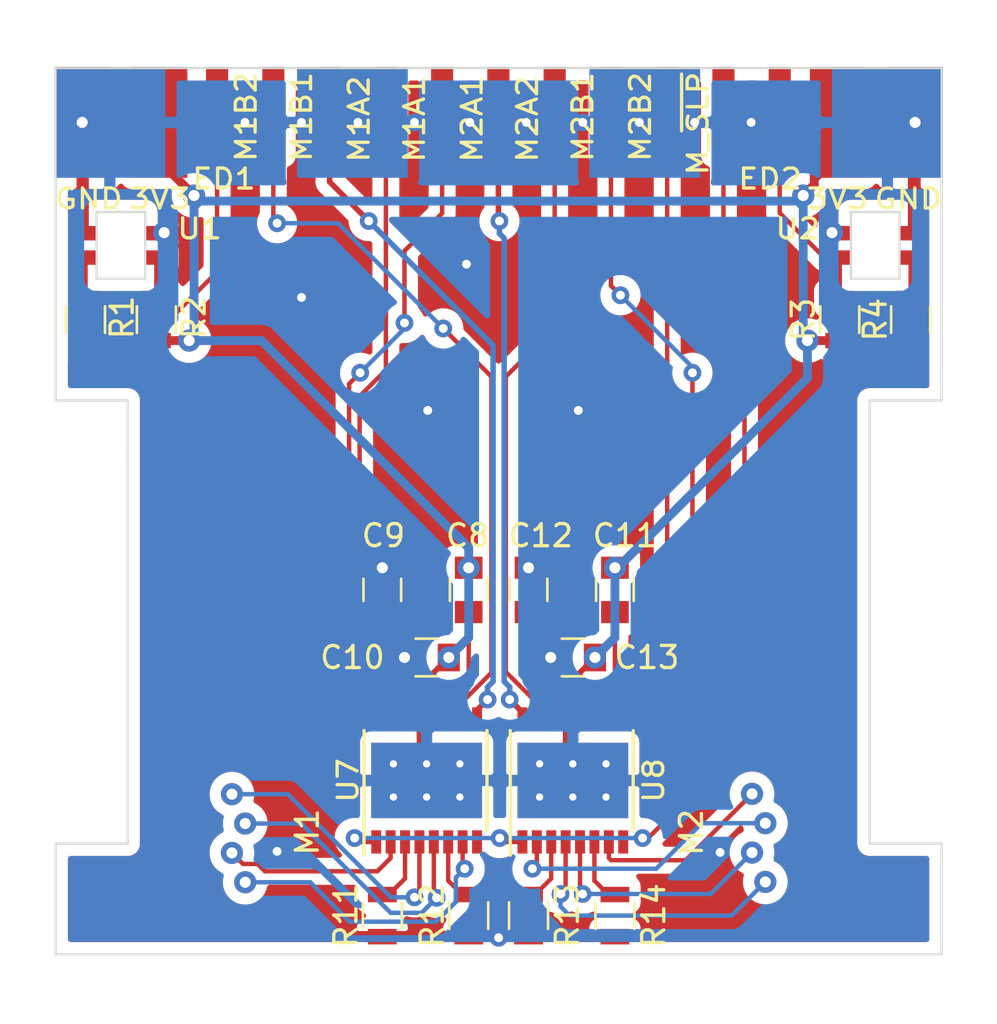
<source format=kicad_pcb>
(kicad_pcb (version 20171130) (host pcbnew "(5.1.2)-1")

  (general
    (thickness 1.6)
    (drawings 22)
    (tracks 274)
    (zones 0)
    (modules 39)
    (nets 32)
  )

  (page A4)
  (layers
    (0 F.Cu signal)
    (31 B.Cu signal)
    (32 B.Adhes user)
    (33 F.Adhes user)
    (34 B.Paste user)
    (35 F.Paste user)
    (36 B.SilkS user)
    (37 F.SilkS user)
    (38 B.Mask user)
    (39 F.Mask user)
    (40 Dwgs.User user)
    (41 Cmts.User user)
    (42 Eco1.User user)
    (43 Eco2.User user)
    (44 Edge.Cuts user)
    (45 Margin user)
    (46 B.CrtYd user)
    (47 F.CrtYd user)
    (48 B.Fab user hide)
    (49 F.Fab user)
  )

  (setup
    (last_trace_width 0.2)
    (user_trace_width 0.2)
    (user_trace_width 0.25)
    (user_trace_width 0.3)
    (user_trace_width 0.4)
    (trace_clearance 0.2)
    (zone_clearance 0.508)
    (zone_45_only no)
    (trace_min 0.2)
    (via_size 0.8)
    (via_drill 0.4)
    (via_min_size 0.4)
    (via_min_drill 0.3)
    (uvia_size 0.3)
    (uvia_drill 0.1)
    (uvias_allowed no)
    (uvia_min_size 0.2)
    (uvia_min_drill 0.1)
    (edge_width 0.1)
    (segment_width 0.2)
    (pcb_text_width 0.3)
    (pcb_text_size 1.5 1.5)
    (mod_edge_width 0.15)
    (mod_text_size 1 1)
    (mod_text_width 0.15)
    (pad_size 1.05 0.45)
    (pad_drill 0)
    (pad_to_mask_clearance 0)
    (aux_axis_origin 0 0)
    (grid_origin 173 98)
    (visible_elements 7FFFFFFF)
    (pcbplotparams
      (layerselection 0x010fc_ffffffff)
      (usegerberextensions false)
      (usegerberattributes false)
      (usegerberadvancedattributes false)
      (creategerberjobfile false)
      (excludeedgelayer true)
      (linewidth 0.100000)
      (plotframeref false)
      (viasonmask false)
      (mode 1)
      (useauxorigin false)
      (hpglpennumber 1)
      (hpglpenspeed 20)
      (hpglpendiameter 15.000000)
      (psnegative false)
      (psa4output false)
      (plotreference true)
      (plotvalue true)
      (plotinvisibletext false)
      (padsonsilk false)
      (subtractmaskfromsilk false)
      (outputformat 1)
      (mirror false)
      (drillshape 1)
      (scaleselection 1)
      (outputdirectory ""))
  )

  (net 0 "")
  (net 1 +3V3)
  (net 2 "Net-(C8-Pad2)")
  (net 3 GND)
  (net 4 "Net-(C9-Pad1)")
  (net 5 "Net-(C11-Pad2)")
  (net 6 "Net-(C12-Pad1)")
  (net 7 /M1_AIN1)
  (net 8 /M1_AIN2)
  (net 9 /M1_BIN1)
  (net 10 /M1_BIN2)
  (net 11 "Net-(H5-Pad1)")
  (net 12 "Net-(H6-Pad1)")
  (net 13 /M2_AIN1)
  (net 14 /M2_AIN2)
  (net 15 /M2_BIN1)
  (net 16 /M2_BIN2)
  (net 17 /M1_~SLEEP)
  (net 18 "Net-(M1-Pad4)")
  (net 19 "Net-(M1-Pad3)")
  (net 20 "Net-(M1-Pad2)")
  (net 21 "Net-(M1-Pad1)")
  (net 22 "Net-(M2-Pad1)")
  (net 23 "Net-(M2-Pad2)")
  (net 24 "Net-(M2-Pad3)")
  (net 25 "Net-(M2-Pad4)")
  (net 26 "Net-(R2-Pad2)")
  (net 27 "Net-(R4-Pad2)")
  (net 28 "Net-(R11-Pad1)")
  (net 29 "Net-(R12-Pad1)")
  (net 30 "Net-(R13-Pad1)")
  (net 31 "Net-(R14-Pad1)")

  (net_class Default "This is the default net class."
    (clearance 0.2)
    (trace_width 0.2)
    (via_dia 0.8)
    (via_drill 0.4)
    (uvia_dia 0.3)
    (uvia_drill 0.1)
    (add_net /M1_AIN1)
    (add_net /M1_AIN2)
    (add_net /M1_BIN1)
    (add_net /M1_BIN2)
    (add_net /M1_~SLEEP)
    (add_net /M2_AIN1)
    (add_net /M2_AIN2)
    (add_net /M2_BIN1)
    (add_net /M2_BIN2)
    (add_net "Net-(C11-Pad2)")
    (add_net "Net-(C12-Pad1)")
    (add_net "Net-(C8-Pad2)")
    (add_net "Net-(C9-Pad1)")
    (add_net "Net-(H5-Pad1)")
    (add_net "Net-(H6-Pad1)")
    (add_net "Net-(M1-Pad1)")
    (add_net "Net-(M1-Pad2)")
    (add_net "Net-(M1-Pad3)")
    (add_net "Net-(M1-Pad4)")
    (add_net "Net-(M2-Pad1)")
    (add_net "Net-(M2-Pad2)")
    (add_net "Net-(M2-Pad3)")
    (add_net "Net-(M2-Pad4)")
    (add_net "Net-(R11-Pad1)")
    (add_net "Net-(R12-Pad1)")
    (add_net "Net-(R13-Pad1)")
    (add_net "Net-(R14-Pad1)")
    (add_net "Net-(R2-Pad2)")
    (add_net "Net-(R4-Pad2)")
  )

  (net_class Power ""
    (clearance 0.3)
    (trace_width 0.4)
    (via_dia 1)
    (via_drill 0.5)
    (uvia_dia 0.3)
    (uvia_drill 0.1)
    (add_net +3V3)
    (add_net GND)
  )

  (module Custom:Medium_Stepper (layer F.Cu) (tedit 5D8BA610) (tstamp 5D8287D8)
    (at 184.75 112.75 270)
    (path /5D6ABDBE)
    (fp_text reference M2 (at -0.25 3.05 90) (layer F.SilkS)
      (effects (font (size 1 1) (thickness 0.15)))
    )
    (fp_text value Stepper_Motor_bipolar (at 0 6.05 90) (layer F.Fab)
      (effects (font (size 1 1) (thickness 0.15)))
    )
    (fp_line (start 1.9 -10.7) (end 1.9 -6.2) (layer F.Fab) (width 0.12))
    (fp_line (start -1.85 -10.7) (end 1.9 -10.7) (layer F.Fab) (width 0.12))
    (fp_line (start -1.85 -6.2) (end -1.85 -10.7) (layer F.Fab) (width 0.12))
    (fp_line (start 2.5 -6.2) (end 2.5 -5) (layer F.Fab) (width 0.12))
    (fp_line (start -2.5 -6.2) (end 2.5 -6.2) (layer F.Fab) (width 0.12))
    (fp_line (start -2.5 -5) (end -2.5 -6.2) (layer F.Fab) (width 0.12))
    (fp_line (start 2.5 6.2) (end 2.5 5) (layer F.Fab) (width 0.12))
    (fp_line (start -2.5 6.2) (end 2.5 6.2) (layer F.Fab) (width 0.12))
    (fp_line (start -2.5 5) (end -2.5 6.2) (layer F.Fab) (width 0.12))
    (fp_line (start -2.87 -0.81) (end 2.88 -0.81) (layer F.Fab) (width 0.12))
    (fp_line (start -2.87 0.84) (end -2.87 -0.81) (layer F.Fab) (width 0.12))
    (fp_line (start 2.88 0.84) (end -2.87 0.84) (layer F.Fab) (width 0.12))
    (fp_line (start -5 5) (end -5 -5) (layer F.Fab) (width 0.12))
    (fp_line (start 5 5) (end -5 5) (layer F.Fab) (width 0.12))
    (fp_line (start 5 -5) (end 5 5) (layer F.Fab) (width 0.12))
    (fp_line (start -5 -5) (end 5 -5) (layer F.Fab) (width 0.12))
    (fp_line (start 2.88 0.84) (end 2.88 -0.81) (layer F.Fab) (width 0.12))
    (pad 4 thru_hole circle (at 0.655 0.31 270) (size 1 1) (drill 0.5) (layers *.Cu *.Mask)
      (net 25 "Net-(M2-Pad4)"))
    (pad 3 thru_hole circle (at -1.995 0.31 270) (size 1 1) (drill 0.5) (layers *.Cu *.Mask)
      (net 24 "Net-(M2-Pad3)"))
    (pad 2 thru_hole circle (at 1.98 -0.29 270) (size 1 1) (drill 0.5) (layers *.Cu *.Mask)
      (net 23 "Net-(M2-Pad2)"))
    (pad 1 thru_hole circle (at -0.67 -0.29 270) (size 1 1) (drill 0.5) (layers *.Cu *.Mask)
      (net 22 "Net-(M2-Pad1)"))
    (model C:/Users/Tinus/Documents/Projects_on_GitHub/Kicad_Custom_Libraries/Custom.3dshapes/Medium_Stepper.step
      (at (xyz 0 0 0))
      (scale (xyz 1 1 1))
      (rotate (xyz 0 0 0))
    )
  )

  (module Custom:Medium_Stepper (layer F.Cu) (tedit 5D8BA610) (tstamp 5D8287C3)
    (at 161.25 112.75 90)
    (path /5D673CFA)
    (fp_text reference M1 (at 0.27 3.11 90) (layer F.SilkS)
      (effects (font (size 1 1) (thickness 0.15)))
    )
    (fp_text value Stepper_Motor_bipolar (at 0 6.05 90) (layer F.Fab)
      (effects (font (size 1 1) (thickness 0.15)))
    )
    (fp_line (start 1.9 -10.7) (end 1.9 -6.2) (layer F.Fab) (width 0.12))
    (fp_line (start -1.85 -10.7) (end 1.9 -10.7) (layer F.Fab) (width 0.12))
    (fp_line (start -1.85 -6.2) (end -1.85 -10.7) (layer F.Fab) (width 0.12))
    (fp_line (start 2.5 -6.2) (end 2.5 -5) (layer F.Fab) (width 0.12))
    (fp_line (start -2.5 -6.2) (end 2.5 -6.2) (layer F.Fab) (width 0.12))
    (fp_line (start -2.5 -5) (end -2.5 -6.2) (layer F.Fab) (width 0.12))
    (fp_line (start 2.5 6.2) (end 2.5 5) (layer F.Fab) (width 0.12))
    (fp_line (start -2.5 6.2) (end 2.5 6.2) (layer F.Fab) (width 0.12))
    (fp_line (start -2.5 5) (end -2.5 6.2) (layer F.Fab) (width 0.12))
    (fp_line (start -2.87 -0.81) (end 2.88 -0.81) (layer F.Fab) (width 0.12))
    (fp_line (start -2.87 0.84) (end -2.87 -0.81) (layer F.Fab) (width 0.12))
    (fp_line (start 2.88 0.84) (end -2.87 0.84) (layer F.Fab) (width 0.12))
    (fp_line (start -5 5) (end -5 -5) (layer F.Fab) (width 0.12))
    (fp_line (start 5 5) (end -5 5) (layer F.Fab) (width 0.12))
    (fp_line (start 5 -5) (end 5 5) (layer F.Fab) (width 0.12))
    (fp_line (start -5 -5) (end 5 -5) (layer F.Fab) (width 0.12))
    (fp_line (start 2.88 0.84) (end 2.88 -0.81) (layer F.Fab) (width 0.12))
    (pad 4 thru_hole circle (at 0.655 0.31 90) (size 1 1) (drill 0.5) (layers *.Cu *.Mask)
      (net 18 "Net-(M1-Pad4)"))
    (pad 3 thru_hole circle (at -1.995 0.31 90) (size 1 1) (drill 0.5) (layers *.Cu *.Mask)
      (net 19 "Net-(M1-Pad3)"))
    (pad 2 thru_hole circle (at 1.98 -0.29 90) (size 1 1) (drill 0.5) (layers *.Cu *.Mask)
      (net 20 "Net-(M1-Pad2)"))
    (pad 1 thru_hole circle (at -0.67 -0.29 90) (size 1 1) (drill 0.5) (layers *.Cu *.Mask)
      (net 21 "Net-(M1-Pad1)"))
    (model C:/Users/Tinus/Documents/Projects_on_GitHub/Kicad_Custom_Libraries/Custom.3dshapes/Medium_Stepper.step
      (at (xyz 0 0 0))
      (scale (xyz 1 1 1))
      (rotate (xyz 0 0 0))
    )
  )

  (module Custom:GP2S60_ReverseMount (layer F.Cu) (tedit 5D87C742) (tstamp 5D87CB86)
    (at 155.75 83.85)
    (path /5D73E1DE)
    (fp_text reference U1 (at 3.75 1.4) (layer F.SilkS)
      (effects (font (size 0.9 1) (thickness 0.15)))
    )
    (fp_text value GP2S60 (at 0 -0.8) (layer F.Fab)
      (effects (font (size 0.9 1) (thickness 0.15)))
    )
    (fp_line (start -0.9 3.65) (end -0.9 0.65) (layer Eco2.User) (width 0.12))
    (fp_line (start 1.3 3.65) (end -0.9 3.65) (layer Eco2.User) (width 0.12))
    (fp_line (start 1.3 0.65) (end 1.3 3.65) (layer Eco2.User) (width 0.12))
    (fp_line (start -0.9 0.65) (end 1.3 0.65) (layer Eco2.User) (width 0.12))
    (fp_line (start -1.4 3) (end -1.4 1.3) (layer F.Fab) (width 0.12))
    (fp_line (start 1.8 3) (end -1.4 3) (layer F.Fab) (width 0.12))
    (fp_line (start 1.8 1.3) (end 1.8 3) (layer F.Fab) (width 0.12))
    (fp_line (start -1.4 1.3) (end 1.8 1.3) (layer F.Fab) (width 0.12))
    (pad 4 smd rect (at 1.8 2.7) (size 1 0.65) (layers F.Cu F.Paste F.Mask)
      (net 26 "Net-(R2-Pad2)"))
    (pad 3 smd rect (at 1.8 1.6) (size 1 0.65) (layers F.Cu F.Paste F.Mask)
      (net 3 GND))
    (pad 2 smd rect (at -1.4 1.6) (size 1 0.65) (layers F.Cu F.Paste F.Mask)
      (net 3 GND))
    (pad 1 smd rect (at -1.4 2.7) (size 1 0.65) (layers F.Cu F.Paste F.Mask)
      (net 11 "Net-(H5-Pad1)"))
  )

  (module Custom:Mounting_Pad_Signal (layer F.Cu) (tedit 5D7A81A8) (tstamp 5D879FBF)
    (at 170.45 79.95 180)
    (path /5D73E4B7)
    (fp_text reference H1 (at 0 3.3) (layer F.Fab)
      (effects (font (size 0.9 1) (thickness 0.15)))
    )
    (fp_text value M1A1 (at 1.25 -0.35 90) (layer F.SilkS)
      (effects (font (size 0.9 1) (thickness 0.15)))
    )
    (pad 1 smd rect (at 0 0 180) (size 1 4) (layers F.Cu F.Paste F.Mask)
      (net 7 /M1_AIN1))
  )

  (module Custom:Mounting_Pad_Signal (layer F.Cu) (tedit 5D7A81A8) (tstamp 5D879F77)
    (at 167.91 79.95 180)
    (path /5D741DC3)
    (fp_text reference H2 (at 0 3.3) (layer F.Fab)
      (effects (font (size 0.9 1) (thickness 0.15)))
    )
    (fp_text value M1A2 (at 1.21 -0.35 90) (layer F.SilkS)
      (effects (font (size 0.9 1) (thickness 0.15)))
    )
    (pad 1 smd rect (at 0 0 180) (size 1 4) (layers F.Cu F.Paste F.Mask)
      (net 8 /M1_AIN2))
  )

  (module Custom:Mounting_Pad_Signal (layer F.Cu) (tedit 5D7A81A8) (tstamp 5D879F6B)
    (at 165.37 79.95 180)
    (path /5D742E42)
    (fp_text reference H3 (at 0 3.3) (layer F.Fab)
      (effects (font (size 0.9 1) (thickness 0.15)))
    )
    (fp_text value M1B1 (at 1.27 -0.25 90) (layer F.SilkS)
      (effects (font (size 0.9 1) (thickness 0.15)))
    )
    (pad 1 smd rect (at 0 0 180) (size 1 4) (layers F.Cu F.Paste F.Mask)
      (net 9 /M1_BIN1))
  )

  (module Custom:Mounting_Pad_Signal (layer F.Cu) (tedit 5D7A81A8) (tstamp 5D879F83)
    (at 162.83 79.95 180)
    (path /5D7435B4)
    (fp_text reference H4 (at 0 3.3) (layer F.Fab)
      (effects (font (size 0.9 1) (thickness 0.15)))
    )
    (fp_text value M1B2 (at 1.23 -0.25 90) (layer F.SilkS)
      (effects (font (size 0.9 1) (thickness 0.15)))
    )
    (pad 1 smd rect (at 0 0 180) (size 1 4) (layers F.Cu F.Paste F.Mask)
      (net 10 /M1_BIN2))
  )

  (module Custom:Mounting_Pad_Signal (layer F.Cu) (tedit 5D7A81A8) (tstamp 5D879FCB)
    (at 160.29 79.95 180)
    (path /5D799A4C)
    (fp_text reference H5 (at 0 3.3) (layer F.Fab)
      (effects (font (size 0.9 1) (thickness 0.15)))
    )
    (fp_text value ED1 (at -0.31 -3.05) (layer F.SilkS)
      (effects (font (size 0.9 1) (thickness 0.15)))
    )
    (pad 1 smd rect (at 0 0 180) (size 1 4) (layers F.Cu F.Paste F.Mask)
      (net 11 "Net-(H5-Pad1)"))
  )

  (module Custom:Mounting_Pad_Signal (layer F.Cu) (tedit 5D7A81A8) (tstamp 5D879F5F)
    (at 185.69 79.95 180)
    (path /5D79A973)
    (fp_text reference H6 (at 0 3.3) (layer F.Fab)
      (effects (font (size 0.9 1) (thickness 0.15)))
    )
    (fp_text value ED2 (at 0.44 -3.05) (layer F.SilkS)
      (effects (font (size 0.9 1) (thickness 0.15)))
    )
    (pad 1 smd rect (at 0 0 180) (size 1 4) (layers F.Cu F.Paste F.Mask)
      (net 12 "Net-(H6-Pad1)"))
  )

  (module Custom:Mounting_Pad_Signal (layer F.Cu) (tedit 5D7A81A8) (tstamp 5D879FB3)
    (at 172.99 79.95 180)
    (path /5D759355)
    (fp_text reference H7 (at 0 3.3) (layer F.Fab)
      (effects (font (size 0.9 1) (thickness 0.15)))
    )
    (fp_text value M2A1 (at 1.19 -0.35 90) (layer F.SilkS)
      (effects (font (size 0.9 1) (thickness 0.15)))
    )
    (pad 1 smd rect (at 0 0 180) (size 1 4) (layers F.Cu F.Paste F.Mask)
      (net 13 /M2_AIN1))
  )

  (module Custom:Mounting_Pad_Signal (layer F.Cu) (tedit 5D7A81A8) (tstamp 5D879FA7)
    (at 175.53 79.95 180)
    (path /5D75935F)
    (fp_text reference H8 (at 0 3.3) (layer F.Fab)
      (effects (font (size 0.9 1) (thickness 0.15)))
    )
    (fp_text value M2A2 (at 1.23 -0.35 90) (layer F.SilkS)
      (effects (font (size 0.9 1) (thickness 0.15)))
    )
    (pad 1 smd rect (at 0 0 180) (size 1 4) (layers F.Cu F.Paste F.Mask)
      (net 14 /M2_AIN2))
  )

  (module Custom:Mounting_Pad_Signal (layer F.Cu) (tedit 5D7A81A8) (tstamp 5D879F53)
    (at 178.07 79.95 180)
    (path /5D759369)
    (fp_text reference H9 (at 0 3.3) (layer F.Fab)
      (effects (font (size 0.9 1) (thickness 0.15)))
    )
    (fp_text value M2B1 (at 1.27 -0.25 90) (layer F.SilkS)
      (effects (font (size 0.9 1) (thickness 0.15)))
    )
    (pad 1 smd rect (at 0 0 180) (size 1 4) (layers F.Cu F.Paste F.Mask)
      (net 15 /M2_BIN1))
  )

  (module Custom:Mounting_Pad_Signal (layer F.Cu) (tedit 5D7A81A8) (tstamp 5D879F9B)
    (at 180.61 79.95 180)
    (path /5D759373)
    (fp_text reference H10 (at 0 3.3) (layer F.Fab)
      (effects (font (size 0.9 1) (thickness 0.15)))
    )
    (fp_text value M2B2 (at 1.21 -0.25 90) (layer F.SilkS)
      (effects (font (size 0.9 1) (thickness 0.15)))
    )
    (pad 1 smd rect (at 0 0 180) (size 1 4) (layers F.Cu F.Paste F.Mask)
      (net 16 /M2_BIN2))
  )

  (module Custom:Mounting_Pad_Signal (layer F.Cu) (tedit 5D7A81A8) (tstamp 5D879F8F)
    (at 183.15 79.95 180)
    (path /5D743E3A)
    (fp_text reference H11 (at 0 3.3) (layer F.Fab)
      (effects (font (size 0.9 1) (thickness 0.15)))
    )
    (fp_text value M_~SLP (at 1.15 -0.55 90) (layer F.SilkS)
      (effects (font (size 0.9 1) (thickness 0.15)))
    )
    (pad 1 smd rect (at 0 0 180) (size 1 4) (layers F.Cu F.Paste F.Mask)
      (net 17 /M1_~SLEEP))
  )

  (module Custom:Mounting_Pad_Power (layer F.Cu) (tedit 5D7A81B3) (tstamp 5D7E7307)
    (at 188.3 80.45 180)
    (path /5D7A40EB)
    (fp_text reference H12 (at 0 3.9) (layer F.Fab)
      (effects (font (size 0.9 1) (thickness 0.15)))
    )
    (fp_text value 3V3 (at 0 -3.45) (layer F.SilkS)
      (effects (font (size 0.9 1) (thickness 0.15)))
    )
    (pad 1 smd rect (at 0 0 180) (size 2.5 5) (layers F.Cu F.Paste F.Mask)
      (net 1 +3V3))
  )

  (module Custom:Mounting_Pad_Power (layer F.Cu) (tedit 5D7A81B3) (tstamp 5D87C9BD)
    (at 154.2 80.45 180)
    (path /5D7A4437)
    (fp_text reference H13 (at 0 3.9) (layer F.Fab)
      (effects (font (size 0.9 1) (thickness 0.15)))
    )
    (fp_text value GND (at -0.3 -3.45) (layer F.SilkS)
      (effects (font (size 0.9 1) (thickness 0.15)))
    )
    (pad 1 smd rect (at 0 0 180) (size 2.5 5) (layers F.Cu F.Paste F.Mask)
      (net 3 GND))
  )

  (module Custom:Mounting_Pad_Power (layer F.Cu) (tedit 5D7A81B3) (tstamp 5D87D053)
    (at 191.8 80.45 180)
    (path /5D7A458D)
    (fp_text reference H14 (at 0 3.9) (layer F.Fab)
      (effects (font (size 0.9 1) (thickness 0.15)))
    )
    (fp_text value GND (at 0.3 -3.45) (layer F.SilkS)
      (effects (font (size 0.9 1) (thickness 0.15)))
    )
    (pad 1 smd rect (at 0 0 180) (size 2.5 5) (layers F.Cu F.Paste F.Mask)
      (net 3 GND))
  )

  (module Custom:Mounting_Pad_Power (layer F.Cu) (tedit 5D7A81B3) (tstamp 5D7E7316)
    (at 157.7 80.45 180)
    (path /5D7A4597)
    (fp_text reference H15 (at 0 3.9) (layer F.Fab)
      (effects (font (size 0.9 1) (thickness 0.15)))
    )
    (fp_text value 3V3 (at 0 -3.45) (layer F.SilkS)
      (effects (font (size 0.9 1) (thickness 0.15)))
    )
    (pad 1 smd rect (at 0 0 180) (size 2.5 5) (layers F.Cu F.Paste F.Mask)
      (net 1 +3V3))
  )

  (module Custom:GP2S60_ReverseMount (layer F.Cu) (tedit 5D87C742) (tstamp 5D87D00F)
    (at 189.8 83.85)
    (path /5D73E20E)
    (fp_text reference U2 (at -3.3 1.4) (layer F.SilkS)
      (effects (font (size 0.9 1) (thickness 0.15)))
    )
    (fp_text value GP2S60 (at 0 -0.8) (layer F.Fab)
      (effects (font (size 0.9 1) (thickness 0.15)))
    )
    (fp_line (start -0.9 3.65) (end -0.9 0.65) (layer Eco2.User) (width 0.12))
    (fp_line (start 1.3 3.65) (end -0.9 3.65) (layer Eco2.User) (width 0.12))
    (fp_line (start 1.3 0.65) (end 1.3 3.65) (layer Eco2.User) (width 0.12))
    (fp_line (start -0.9 0.65) (end 1.3 0.65) (layer Eco2.User) (width 0.12))
    (fp_line (start -1.4 3) (end -1.4 1.3) (layer F.Fab) (width 0.12))
    (fp_line (start 1.8 3) (end -1.4 3) (layer F.Fab) (width 0.12))
    (fp_line (start 1.8 1.3) (end 1.8 3) (layer F.Fab) (width 0.12))
    (fp_line (start -1.4 1.3) (end 1.8 1.3) (layer F.Fab) (width 0.12))
    (pad 4 smd rect (at 1.8 2.7) (size 1 0.65) (layers F.Cu F.Paste F.Mask)
      (net 27 "Net-(R4-Pad2)"))
    (pad 3 smd rect (at 1.8 1.6) (size 1 0.65) (layers F.Cu F.Paste F.Mask)
      (net 3 GND))
    (pad 2 smd rect (at -1.4 1.6) (size 1 0.65) (layers F.Cu F.Paste F.Mask)
      (net 3 GND))
    (pad 1 smd rect (at -1.4 2.7) (size 1 0.65) (layers F.Cu F.Paste F.Mask)
      (net 12 "Net-(H6-Pad1)"))
  )

  (module Package_SO:HTSSOP-16-1EP_4.4x5mm_P0.65mm_EP3.4x5mm_Mask2.46x2.31mm_ThermalVias (layer F.Cu) (tedit 5D87C922) (tstamp 5D87A389)
    (at 169.75 110.15 90)
    (descr "16-Lead Plastic HTSSOP (4.4x5x1.2mm); Thermal pad with vias; (http://www.ti.com/lit/ds/symlink/drv8833.pdf)")
    (tags "SSOP 0.65")
    (path /5D6819C7)
    (attr smd)
    (fp_text reference U7 (at 0 -3.55 90) (layer F.SilkS)
      (effects (font (size 0.9 1) (thickness 0.15)))
    )
    (fp_text value DRV8833PWP (at -0.1 3.75 90) (layer F.Fab)
      (effects (font (size 0.9 1) (thickness 0.15)))
    )
    (fp_line (start -3.375 -2.825) (end 2.25 -2.825) (layer F.SilkS) (width 0.15))
    (fp_line (start -2.25 2.725) (end 2.25 2.725) (layer F.SilkS) (width 0.15))
    (fp_line (start -3.5 2.8) (end 3.5 2.8) (layer F.CrtYd) (width 0.05))
    (fp_line (start -3.5 -2.9) (end 3.5 -2.9) (layer F.CrtYd) (width 0.05))
    (fp_line (start 3.5 -2.9) (end 3.5 2.8) (layer F.CrtYd) (width 0.05))
    (fp_line (start -3.5 -2.9) (end -3.5 2.8) (layer F.CrtYd) (width 0.05))
    (fp_line (start -2.2 -1.5) (end -1.2 -2.5) (layer F.Fab) (width 0.15))
    (fp_line (start -2.2 2.5) (end -2.2 -1.5) (layer F.Fab) (width 0.15))
    (fp_line (start 2.2 2.5) (end -2.2 2.5) (layer F.Fab) (width 0.15))
    (fp_line (start 2.2 -2.5) (end 2.2 2.5) (layer F.Fab) (width 0.15))
    (fp_line (start -1.2 -2.5) (end 2.2 -2.5) (layer F.Fab) (width 0.15))
    (fp_text user %R (at 0 0 90) (layer F.Fab)
      (effects (font (size 0.9 1) (thickness 0.15)))
    )
    (pad "" smd rect (at 0 0.66 90) (size 2.3 0.8) (layers F.Paste))
    (pad "" smd rect (at 0 -0.66 90) (size 2.3 0.8) (layers F.Paste))
    (pad "" smd rect (at 0 0 90) (size 2.46 2.31) (layers F.Mask))
    (pad 17 thru_hole circle (at 0.75 1.5 90) (size 0.75 0.75) (drill 0.33) (layers *.Cu)
      (net 3 GND))
    (pad 17 thru_hole circle (at -0.75 1.5 90) (size 0.75 0.75) (drill 0.33) (layers *.Cu)
      (net 3 GND))
    (pad 17 thru_hole circle (at 0.75 0 90) (size 0.75 0.75) (drill 0.33) (layers *.Cu)
      (net 3 GND))
    (pad 17 thru_hole circle (at -0.75 0 90) (size 0.75 0.75) (drill 0.33) (layers *.Cu)
      (net 3 GND))
    (pad 17 thru_hole circle (at 0.75 -1.5 90) (size 0.75 0.75) (drill 0.33) (layers *.Cu)
      (net 3 GND))
    (pad 17 thru_hole circle (at -0.75 -1.5 90) (size 0.75 0.75) (drill 0.33) (layers *.Cu)
      (net 3 GND))
    (pad 17 smd rect (at 0 0 90) (size 3.4 5) (layers F.Cu)
      (net 3 GND))
    (pad 16 smd rect (at 2.775 -2.275 90) (size 1.05 0.45) (layers F.Cu F.Paste F.Mask)
      (net 7 /M1_AIN1))
    (pad 15 smd rect (at 2.775 -1.625 90) (size 1.05 0.45) (layers F.Cu F.Paste F.Mask)
      (net 8 /M1_AIN2))
    (pad 14 smd rect (at 2.775 -0.975 90) (size 1.05 0.45) (layers F.Cu F.Paste F.Mask)
      (net 4 "Net-(C9-Pad1)"))
    (pad 13 smd rect (at 2.775 -0.325 90) (size 1.05 0.45) (layers F.Cu F.Paste F.Mask)
      (net 3 GND) (clearance 0.2))
    (pad 12 smd rect (at 2.775 0.325 90) (size 1.05 0.45) (layers F.Cu F.Paste F.Mask)
      (net 1 +3V3) (clearance 0.2))
    (pad 11 smd rect (at 2.775 0.975 90) (size 1.05 0.45) (layers F.Cu F.Paste F.Mask)
      (net 2 "Net-(C8-Pad2)"))
    (pad 10 smd rect (at 2.775 1.625 90) (size 1.05 0.45) (layers F.Cu F.Paste F.Mask)
      (net 10 /M1_BIN2))
    (pad 9 smd rect (at 2.775 2.275 90) (size 1.05 0.45) (layers F.Cu F.Paste F.Mask)
      (net 9 /M1_BIN1))
    (pad 8 smd rect (at -2.775 2.275 90) (size 1.05 0.45) (layers F.Cu F.Paste F.Mask))
    (pad 7 smd rect (at -2.775 1.625 90) (size 1.05 0.45) (layers F.Cu F.Paste F.Mask)
      (net 19 "Net-(M1-Pad3)"))
    (pad 6 smd rect (at -2.775 0.975 90) (size 1.05 0.45) (layers F.Cu F.Paste F.Mask)
      (net 29 "Net-(R12-Pad1)"))
    (pad 5 smd rect (at -2.775 0.325 90) (size 1.05 0.45) (layers F.Cu F.Paste F.Mask)
      (net 18 "Net-(M1-Pad4)"))
    (pad 4 smd rect (at -2.775 -0.325 90) (size 1.05 0.45) (layers F.Cu F.Paste F.Mask)
      (net 20 "Net-(M1-Pad2)"))
    (pad 3 smd rect (at -2.775 -0.975 90) (size 1.05 0.45) (layers F.Cu F.Paste F.Mask)
      (net 28 "Net-(R11-Pad1)"))
    (pad 2 smd rect (at -2.775 -1.625 90) (size 1.05 0.45) (layers F.Cu F.Paste F.Mask)
      (net 21 "Net-(M1-Pad1)"))
    (pad 1 smd rect (at -2.775 -2.275 90) (size 1.05 0.45) (layers F.Cu F.Paste F.Mask)
      (net 17 /M1_~SLEEP))
    (pad 17 smd rect (at 0 0 90) (size 3.4 5) (layers B.Cu)
      (net 3 GND) (solder_paste_margin_ratio -0.2))
    (model ${KISYS3DMOD}/Package_SO.3dshapes/TSSOP-16-1EP_4.4x5mm_Pitch0.65mm_EP3.4x5mm.wrl
      (at (xyz 0 0 0))
      (scale (xyz 1 1 1))
      (rotate (xyz 0 0 0))
    )
  )

  (module Package_SO:HTSSOP-16-1EP_4.4x5mm_P0.65mm_EP3.4x5mm_Mask2.46x2.31mm_ThermalVias (layer F.Cu) (tedit 5D87C930) (tstamp 5D87A45D)
    (at 176.35 110.15 90)
    (descr "16-Lead Plastic HTSSOP (4.4x5x1.2mm); Thermal pad with vias; (http://www.ti.com/lit/ds/symlink/drv8833.pdf)")
    (tags "SSOP 0.65")
    (path /5D6ABDA4)
    (attr smd)
    (fp_text reference U8 (at 0 3.65 90) (layer F.SilkS)
      (effects (font (size 0.9 1) (thickness 0.15)))
    )
    (fp_text value DRV8833PWP (at -0.1 -3.85 90) (layer F.Fab)
      (effects (font (size 0.9 1) (thickness 0.15)))
    )
    (fp_line (start -3.375 -2.825) (end 2.25 -2.825) (layer F.SilkS) (width 0.15))
    (fp_line (start -2.25 2.725) (end 2.25 2.725) (layer F.SilkS) (width 0.15))
    (fp_line (start -3.5 2.8) (end 3.5 2.8) (layer F.CrtYd) (width 0.05))
    (fp_line (start -3.5 -2.9) (end 3.5 -2.9) (layer F.CrtYd) (width 0.05))
    (fp_line (start 3.5 -2.9) (end 3.5 2.8) (layer F.CrtYd) (width 0.05))
    (fp_line (start -3.5 -2.9) (end -3.5 2.8) (layer F.CrtYd) (width 0.05))
    (fp_line (start -2.2 -1.5) (end -1.2 -2.5) (layer F.Fab) (width 0.15))
    (fp_line (start -2.2 2.5) (end -2.2 -1.5) (layer F.Fab) (width 0.15))
    (fp_line (start 2.2 2.5) (end -2.2 2.5) (layer F.Fab) (width 0.15))
    (fp_line (start 2.2 -2.5) (end 2.2 2.5) (layer F.Fab) (width 0.15))
    (fp_line (start -1.2 -2.5) (end 2.2 -2.5) (layer F.Fab) (width 0.15))
    (fp_text user %R (at 0 0 90) (layer F.Fab)
      (effects (font (size 0.9 1) (thickness 0.15)))
    )
    (pad "" smd rect (at 0 0.66 90) (size 2.3 0.8) (layers F.Paste))
    (pad "" smd rect (at 0 -0.66 90) (size 2.3 0.8) (layers F.Paste))
    (pad "" smd rect (at 0 0 90) (size 2.46 2.31) (layers F.Mask))
    (pad 17 thru_hole circle (at 0.75 1.5 90) (size 0.75 0.75) (drill 0.33) (layers *.Cu)
      (net 3 GND))
    (pad 17 thru_hole circle (at -0.75 1.5 90) (size 0.75 0.75) (drill 0.33) (layers *.Cu)
      (net 3 GND))
    (pad 17 thru_hole circle (at 0.75 0 90) (size 0.75 0.75) (drill 0.33) (layers *.Cu)
      (net 3 GND))
    (pad 17 thru_hole circle (at -0.75 0 90) (size 0.75 0.75) (drill 0.33) (layers *.Cu)
      (net 3 GND))
    (pad 17 thru_hole circle (at 0.75 -1.5 90) (size 0.75 0.75) (drill 0.33) (layers *.Cu)
      (net 3 GND))
    (pad 17 thru_hole circle (at -0.75 -1.5 90) (size 0.75 0.75) (drill 0.33) (layers *.Cu)
      (net 3 GND))
    (pad 17 smd rect (at 0 0 90) (size 3.4 5) (layers F.Cu)
      (net 3 GND))
    (pad 16 smd rect (at 2.775 -2.275 90) (size 1.05 0.45) (layers F.Cu F.Paste F.Mask)
      (net 13 /M2_AIN1))
    (pad 15 smd rect (at 2.775 -1.625 90) (size 1.05 0.45) (layers F.Cu F.Paste F.Mask)
      (net 14 /M2_AIN2))
    (pad 14 smd rect (at 2.775 -0.975 90) (size 1.05 0.45) (layers F.Cu F.Paste F.Mask)
      (net 6 "Net-(C12-Pad1)"))
    (pad 13 smd rect (at 2.775 -0.325 90) (size 1.05 0.45) (layers F.Cu F.Paste F.Mask)
      (net 3 GND) (clearance 0.2))
    (pad 12 smd rect (at 2.775 0.325 90) (size 1.05 0.45) (layers F.Cu F.Paste F.Mask)
      (net 1 +3V3) (clearance 0.2))
    (pad 11 smd rect (at 2.775 0.975 90) (size 1.05 0.45) (layers F.Cu F.Paste F.Mask)
      (net 5 "Net-(C11-Pad2)"))
    (pad 10 smd rect (at 2.775 1.625 90) (size 1.05 0.45) (layers F.Cu F.Paste F.Mask)
      (net 16 /M2_BIN2))
    (pad 9 smd rect (at 2.775 2.275 90) (size 1.05 0.45) (layers F.Cu F.Paste F.Mask)
      (net 15 /M2_BIN1))
    (pad 8 smd rect (at -2.775 2.275 90) (size 1.05 0.45) (layers F.Cu F.Paste F.Mask))
    (pad 7 smd rect (at -2.775 1.625 90) (size 1.05 0.45) (layers F.Cu F.Paste F.Mask)
      (net 24 "Net-(M2-Pad3)"))
    (pad 6 smd rect (at -2.775 0.975 90) (size 1.05 0.45) (layers F.Cu F.Paste F.Mask)
      (net 31 "Net-(R14-Pad1)"))
    (pad 5 smd rect (at -2.775 0.325 90) (size 1.05 0.45) (layers F.Cu F.Paste F.Mask)
      (net 25 "Net-(M2-Pad4)"))
    (pad 4 smd rect (at -2.775 -0.325 90) (size 1.05 0.45) (layers F.Cu F.Paste F.Mask)
      (net 23 "Net-(M2-Pad2)"))
    (pad 3 smd rect (at -2.775 -0.975 90) (size 1.05 0.45) (layers F.Cu F.Paste F.Mask)
      (net 30 "Net-(R13-Pad1)"))
    (pad 2 smd rect (at -2.775 -1.625 90) (size 1.05 0.45) (layers F.Cu F.Paste F.Mask)
      (net 22 "Net-(M2-Pad1)"))
    (pad 1 smd rect (at -2.775 -2.275 90) (size 1.05 0.45) (layers F.Cu F.Paste F.Mask)
      (net 17 /M1_~SLEEP))
    (pad 17 smd rect (at 0 0 90) (size 3.4 5) (layers B.Cu)
      (net 3 GND) (solder_paste_margin_ratio -0.2))
    (model ${KISYS3DMOD}/Package_SO.3dshapes/TSSOP-16-1EP_4.4x5mm_Pitch0.65mm_EP3.4x5mm.wrl
      (at (xyz 0 0 0))
      (scale (xyz 1 1 1))
      (rotate (xyz 0 0 0))
    )
  )

  (module Custom:Mounting_Pad_Ground (layer B.Cu) (tedit 5D8279C2) (tstamp 5D827630)
    (at 166.4 80.45)
    (path /5D91B695)
    (fp_text reference H16 (at 0 -3.6) (layer B.Fab)
      (effects (font (size 1 1) (thickness 0.15)) (justify mirror))
    )
    (fp_text value GND_TOUCH (at 0 3.8) (layer B.Fab)
      (effects (font (size 1 1) (thickness 0.15)) (justify mirror))
    )
    (pad 1 smd rect (at 0 0) (size 5 5) (layers B.Cu B.Paste B.Mask)
      (net 3 GND))
  )

  (module Custom:Mounting_Pad_Ground (layer B.Cu) (tedit 5D8279C2) (tstamp 5D82749B)
    (at 179.6 80.45)
    (path /5D91B15C)
    (fp_text reference H17 (at 0 -3.6) (layer B.Fab)
      (effects (font (size 1 1) (thickness 0.15)) (justify mirror))
    )
    (fp_text value GND_TOUCH (at 0 3.8) (layer B.Fab)
      (effects (font (size 1 1) (thickness 0.15)) (justify mirror))
    )
    (pad 1 smd rect (at 0 0) (size 5 5) (layers B.Cu B.Paste B.Mask)
      (net 3 GND))
  )

  (module Custom:Mounting_Pad_Ground (layer B.Cu) (tedit 5D8279C2) (tstamp 5D82752F)
    (at 155.45 80.45)
    (path /5D86E5CD)
    (fp_text reference H18 (at 0 -3.6) (layer B.Fab)
      (effects (font (size 1 1) (thickness 0.15)) (justify mirror))
    )
    (fp_text value GND_TOUCH (at 0 3.8) (layer B.Fab)
      (effects (font (size 1 1) (thickness 0.15)) (justify mirror))
    )
    (pad 1 smd rect (at 0 0) (size 5 5) (layers B.Cu B.Paste B.Mask)
      (net 3 GND))
  )

  (module Custom:Mounting_Pad_Ground (layer B.Cu) (tedit 5D8279C2) (tstamp 5D827546)
    (at 190.55 80.45)
    (path /5D86E5C3)
    (fp_text reference H19 (at 0 -3.6) (layer B.Fab)
      (effects (font (size 1 1) (thickness 0.15)) (justify mirror))
    )
    (fp_text value GND_TOUCH (at 0 3.8) (layer B.Fab)
      (effects (font (size 1 1) (thickness 0.15)) (justify mirror))
    )
    (pad 1 smd rect (at 0 0) (size 5 5) (layers B.Cu B.Paste B.Mask)
      (net 3 GND))
  )

  (module Capacitors_SMD:C_0805 (layer F.Cu) (tedit 58AA8463) (tstamp 5D879DEC)
    (at 171.65 101.55 270)
    (descr "Capacitor SMD 0805, reflow soldering, AVX (see smccp.pdf)")
    (tags "capacitor 0805")
    (path /5D6907BC)
    (attr smd)
    (fp_text reference C8 (at -2.45 0.05 180) (layer F.SilkS)
      (effects (font (size 1 1) (thickness 0.15)))
    )
    (fp_text value 0.01µ (at 0 1.75 90) (layer F.Fab)
      (effects (font (size 1 1) (thickness 0.15)))
    )
    (fp_line (start 1.75 0.87) (end -1.75 0.87) (layer F.CrtYd) (width 0.05))
    (fp_line (start 1.75 0.87) (end 1.75 -0.88) (layer F.CrtYd) (width 0.05))
    (fp_line (start -1.75 -0.88) (end -1.75 0.87) (layer F.CrtYd) (width 0.05))
    (fp_line (start -1.75 -0.88) (end 1.75 -0.88) (layer F.CrtYd) (width 0.05))
    (fp_line (start -0.5 0.85) (end 0.5 0.85) (layer F.SilkS) (width 0.12))
    (fp_line (start 0.5 -0.85) (end -0.5 -0.85) (layer F.SilkS) (width 0.12))
    (fp_line (start -1 -0.62) (end 1 -0.62) (layer F.Fab) (width 0.1))
    (fp_line (start 1 -0.62) (end 1 0.62) (layer F.Fab) (width 0.1))
    (fp_line (start 1 0.62) (end -1 0.62) (layer F.Fab) (width 0.1))
    (fp_line (start -1 0.62) (end -1 -0.62) (layer F.Fab) (width 0.1))
    (fp_text user %R (at 0 -1.5 90) (layer F.Fab)
      (effects (font (size 1 1) (thickness 0.15)))
    )
    (pad 2 smd rect (at 1 0 270) (size 1 1.25) (layers F.Cu F.Paste F.Mask)
      (net 2 "Net-(C8-Pad2)"))
    (pad 1 smd rect (at -1 0 270) (size 1 1.25) (layers F.Cu F.Paste F.Mask)
      (net 1 +3V3))
    (model Capacitors_SMD.3dshapes/C_0805.wrl
      (at (xyz 0 0 0))
      (scale (xyz 1 1 1))
      (rotate (xyz 0 0 0))
    )
  )

  (module Capacitors_SMD:C_0805 (layer F.Cu) (tedit 58AA8463) (tstamp 5D879DFC)
    (at 167.75 101.55 90)
    (descr "Capacitor SMD 0805, reflow soldering, AVX (see smccp.pdf)")
    (tags "capacitor 0805")
    (path /5D684384)
    (attr smd)
    (fp_text reference C9 (at 2.45 0.05 180) (layer F.SilkS)
      (effects (font (size 1 1) (thickness 0.15)))
    )
    (fp_text value 2.2µ (at 0 1.75 90) (layer F.Fab)
      (effects (font (size 1 1) (thickness 0.15)))
    )
    (fp_line (start 1.75 0.87) (end -1.75 0.87) (layer F.CrtYd) (width 0.05))
    (fp_line (start 1.75 0.87) (end 1.75 -0.88) (layer F.CrtYd) (width 0.05))
    (fp_line (start -1.75 -0.88) (end -1.75 0.87) (layer F.CrtYd) (width 0.05))
    (fp_line (start -1.75 -0.88) (end 1.75 -0.88) (layer F.CrtYd) (width 0.05))
    (fp_line (start -0.5 0.85) (end 0.5 0.85) (layer F.SilkS) (width 0.12))
    (fp_line (start 0.5 -0.85) (end -0.5 -0.85) (layer F.SilkS) (width 0.12))
    (fp_line (start -1 -0.62) (end 1 -0.62) (layer F.Fab) (width 0.1))
    (fp_line (start 1 -0.62) (end 1 0.62) (layer F.Fab) (width 0.1))
    (fp_line (start 1 0.62) (end -1 0.62) (layer F.Fab) (width 0.1))
    (fp_line (start -1 0.62) (end -1 -0.62) (layer F.Fab) (width 0.1))
    (fp_text user %R (at 0 -1.5 90) (layer F.Fab)
      (effects (font (size 1 1) (thickness 0.15)))
    )
    (pad 2 smd rect (at 1 0 90) (size 1 1.25) (layers F.Cu F.Paste F.Mask)
      (net 3 GND))
    (pad 1 smd rect (at -1 0 90) (size 1 1.25) (layers F.Cu F.Paste F.Mask)
      (net 4 "Net-(C9-Pad1)"))
    (model Capacitors_SMD.3dshapes/C_0805.wrl
      (at (xyz 0 0 0))
      (scale (xyz 1 1 1))
      (rotate (xyz 0 0 0))
    )
  )

  (module Capacitors_SMD:C_0805 (layer F.Cu) (tedit 58AA8463) (tstamp 5D87A726)
    (at 169.75 104.6 180)
    (descr "Capacitor SMD 0805, reflow soldering, AVX (see smccp.pdf)")
    (tags "capacitor 0805")
    (path /5D694F60)
    (attr smd)
    (fp_text reference C10 (at 3.35 0) (layer F.SilkS)
      (effects (font (size 1 1) (thickness 0.15)))
    )
    (fp_text value 10µ (at 0 1.75) (layer F.Fab)
      (effects (font (size 1 1) (thickness 0.15)))
    )
    (fp_line (start 1.75 0.87) (end -1.75 0.87) (layer F.CrtYd) (width 0.05))
    (fp_line (start 1.75 0.87) (end 1.75 -0.88) (layer F.CrtYd) (width 0.05))
    (fp_line (start -1.75 -0.88) (end -1.75 0.87) (layer F.CrtYd) (width 0.05))
    (fp_line (start -1.75 -0.88) (end 1.75 -0.88) (layer F.CrtYd) (width 0.05))
    (fp_line (start -0.5 0.85) (end 0.5 0.85) (layer F.SilkS) (width 0.12))
    (fp_line (start 0.5 -0.85) (end -0.5 -0.85) (layer F.SilkS) (width 0.12))
    (fp_line (start -1 -0.62) (end 1 -0.62) (layer F.Fab) (width 0.1))
    (fp_line (start 1 -0.62) (end 1 0.62) (layer F.Fab) (width 0.1))
    (fp_line (start 1 0.62) (end -1 0.62) (layer F.Fab) (width 0.1))
    (fp_line (start -1 0.62) (end -1 -0.62) (layer F.Fab) (width 0.1))
    (fp_text user %R (at 0 -1.5) (layer F.Fab)
      (effects (font (size 1 1) (thickness 0.15)))
    )
    (pad 2 smd rect (at 1 0 180) (size 1 1.25) (layers F.Cu F.Paste F.Mask)
      (net 3 GND))
    (pad 1 smd rect (at -1 0 180) (size 1 1.25) (layers F.Cu F.Paste F.Mask)
      (net 1 +3V3))
    (model Capacitors_SMD.3dshapes/C_0805.wrl
      (at (xyz 0 0 0))
      (scale (xyz 1 1 1))
      (rotate (xyz 0 0 0))
    )
  )

  (module Capacitors_SMD:C_0805 (layer F.Cu) (tedit 58AA8463) (tstamp 5D879E1C)
    (at 178.25 101.55 270)
    (descr "Capacitor SMD 0805, reflow soldering, AVX (see smccp.pdf)")
    (tags "capacitor 0805")
    (path /5D6ABDEE)
    (attr smd)
    (fp_text reference C11 (at -2.45 -0.45) (layer F.SilkS)
      (effects (font (size 1 1) (thickness 0.15)))
    )
    (fp_text value 0.01µ (at 0 1.75 90) (layer F.Fab)
      (effects (font (size 1 1) (thickness 0.15)))
    )
    (fp_line (start 1.75 0.87) (end -1.75 0.87) (layer F.CrtYd) (width 0.05))
    (fp_line (start 1.75 0.87) (end 1.75 -0.88) (layer F.CrtYd) (width 0.05))
    (fp_line (start -1.75 -0.88) (end -1.75 0.87) (layer F.CrtYd) (width 0.05))
    (fp_line (start -1.75 -0.88) (end 1.75 -0.88) (layer F.CrtYd) (width 0.05))
    (fp_line (start -0.5 0.85) (end 0.5 0.85) (layer F.SilkS) (width 0.12))
    (fp_line (start 0.5 -0.85) (end -0.5 -0.85) (layer F.SilkS) (width 0.12))
    (fp_line (start -1 -0.62) (end 1 -0.62) (layer F.Fab) (width 0.1))
    (fp_line (start 1 -0.62) (end 1 0.62) (layer F.Fab) (width 0.1))
    (fp_line (start 1 0.62) (end -1 0.62) (layer F.Fab) (width 0.1))
    (fp_line (start -1 0.62) (end -1 -0.62) (layer F.Fab) (width 0.1))
    (fp_text user %R (at 0 -1.5 90) (layer F.Fab)
      (effects (font (size 1 1) (thickness 0.15)))
    )
    (pad 2 smd rect (at 1 0 270) (size 1 1.25) (layers F.Cu F.Paste F.Mask)
      (net 5 "Net-(C11-Pad2)"))
    (pad 1 smd rect (at -1 0 270) (size 1 1.25) (layers F.Cu F.Paste F.Mask)
      (net 1 +3V3))
    (model Capacitors_SMD.3dshapes/C_0805.wrl
      (at (xyz 0 0 0))
      (scale (xyz 1 1 1))
      (rotate (xyz 0 0 0))
    )
  )

  (module Capacitors_SMD:C_0805 (layer F.Cu) (tedit 58AA8463) (tstamp 5D879E2C)
    (at 174.35 101.55 90)
    (descr "Capacitor SMD 0805, reflow soldering, AVX (see smccp.pdf)")
    (tags "capacitor 0805")
    (path /5D6ABDD6)
    (attr smd)
    (fp_text reference C12 (at 2.45 0.55) (layer F.SilkS)
      (effects (font (size 1 1) (thickness 0.15)))
    )
    (fp_text value 2.2µ (at 0 1.75 90) (layer F.Fab)
      (effects (font (size 1 1) (thickness 0.15)))
    )
    (fp_line (start 1.75 0.87) (end -1.75 0.87) (layer F.CrtYd) (width 0.05))
    (fp_line (start 1.75 0.87) (end 1.75 -0.88) (layer F.CrtYd) (width 0.05))
    (fp_line (start -1.75 -0.88) (end -1.75 0.87) (layer F.CrtYd) (width 0.05))
    (fp_line (start -1.75 -0.88) (end 1.75 -0.88) (layer F.CrtYd) (width 0.05))
    (fp_line (start -0.5 0.85) (end 0.5 0.85) (layer F.SilkS) (width 0.12))
    (fp_line (start 0.5 -0.85) (end -0.5 -0.85) (layer F.SilkS) (width 0.12))
    (fp_line (start -1 -0.62) (end 1 -0.62) (layer F.Fab) (width 0.1))
    (fp_line (start 1 -0.62) (end 1 0.62) (layer F.Fab) (width 0.1))
    (fp_line (start 1 0.62) (end -1 0.62) (layer F.Fab) (width 0.1))
    (fp_line (start -1 0.62) (end -1 -0.62) (layer F.Fab) (width 0.1))
    (fp_text user %R (at 0 -1.5 90) (layer F.Fab)
      (effects (font (size 1 1) (thickness 0.15)))
    )
    (pad 2 smd rect (at 1 0 90) (size 1 1.25) (layers F.Cu F.Paste F.Mask)
      (net 3 GND))
    (pad 1 smd rect (at -1 0 90) (size 1 1.25) (layers F.Cu F.Paste F.Mask)
      (net 6 "Net-(C12-Pad1)"))
    (model Capacitors_SMD.3dshapes/C_0805.wrl
      (at (xyz 0 0 0))
      (scale (xyz 1 1 1))
      (rotate (xyz 0 0 0))
    )
  )

  (module Capacitors_SMD:C_0805 (layer F.Cu) (tedit 58AA8463) (tstamp 5D879E3C)
    (at 176.35 104.6 180)
    (descr "Capacitor SMD 0805, reflow soldering, AVX (see smccp.pdf)")
    (tags "capacitor 0805")
    (path /5D6ABDFC)
    (attr smd)
    (fp_text reference C13 (at -3.35 0) (layer F.SilkS)
      (effects (font (size 1 1) (thickness 0.15)))
    )
    (fp_text value 10µ (at 0 1.75) (layer F.Fab)
      (effects (font (size 1 1) (thickness 0.15)))
    )
    (fp_line (start 1.75 0.87) (end -1.75 0.87) (layer F.CrtYd) (width 0.05))
    (fp_line (start 1.75 0.87) (end 1.75 -0.88) (layer F.CrtYd) (width 0.05))
    (fp_line (start -1.75 -0.88) (end -1.75 0.87) (layer F.CrtYd) (width 0.05))
    (fp_line (start -1.75 -0.88) (end 1.75 -0.88) (layer F.CrtYd) (width 0.05))
    (fp_line (start -0.5 0.85) (end 0.5 0.85) (layer F.SilkS) (width 0.12))
    (fp_line (start 0.5 -0.85) (end -0.5 -0.85) (layer F.SilkS) (width 0.12))
    (fp_line (start -1 -0.62) (end 1 -0.62) (layer F.Fab) (width 0.1))
    (fp_line (start 1 -0.62) (end 1 0.62) (layer F.Fab) (width 0.1))
    (fp_line (start 1 0.62) (end -1 0.62) (layer F.Fab) (width 0.1))
    (fp_line (start -1 0.62) (end -1 -0.62) (layer F.Fab) (width 0.1))
    (fp_text user %R (at 0 -1.5) (layer F.Fab)
      (effects (font (size 1 1) (thickness 0.15)))
    )
    (pad 2 smd rect (at 1 0 180) (size 1 1.25) (layers F.Cu F.Paste F.Mask)
      (net 3 GND))
    (pad 1 smd rect (at -1 0 180) (size 1 1.25) (layers F.Cu F.Paste F.Mask)
      (net 1 +3V3))
    (model Capacitors_SMD.3dshapes/C_0805.wrl
      (at (xyz 0 0 0))
      (scale (xyz 1 1 1))
      (rotate (xyz 0 0 0))
    )
  )

  (module Resistors_SMD:R_0805 (layer F.Cu) (tedit 58E0A804) (tstamp 5D87CBB4)
    (at 154.35 89.35 90)
    (descr "Resistor SMD 0805, reflow soldering, Vishay (see dcrcw.pdf)")
    (tags "resistor 0805")
    (path /5D73E1F7)
    (attr smd)
    (fp_text reference R1 (at 0.1 1.65 90) (layer F.SilkS)
      (effects (font (size 1 1) (thickness 0.15)))
    )
    (fp_text value 10k (at 0 1.75 90) (layer F.Fab)
      (effects (font (size 1 1) (thickness 0.15)))
    )
    (fp_line (start 1.55 0.9) (end -1.55 0.9) (layer F.CrtYd) (width 0.05))
    (fp_line (start 1.55 0.9) (end 1.55 -0.9) (layer F.CrtYd) (width 0.05))
    (fp_line (start -1.55 -0.9) (end -1.55 0.9) (layer F.CrtYd) (width 0.05))
    (fp_line (start -1.55 -0.9) (end 1.55 -0.9) (layer F.CrtYd) (width 0.05))
    (fp_line (start -0.6 -0.88) (end 0.6 -0.88) (layer F.SilkS) (width 0.12))
    (fp_line (start 0.6 0.88) (end -0.6 0.88) (layer F.SilkS) (width 0.12))
    (fp_line (start -1 -0.62) (end 1 -0.62) (layer F.Fab) (width 0.1))
    (fp_line (start 1 -0.62) (end 1 0.62) (layer F.Fab) (width 0.1))
    (fp_line (start 1 0.62) (end -1 0.62) (layer F.Fab) (width 0.1))
    (fp_line (start -1 0.62) (end -1 -0.62) (layer F.Fab) (width 0.1))
    (fp_text user %R (at 0 0 90) (layer F.Fab)
      (effects (font (size 0.5 0.5) (thickness 0.075)))
    )
    (pad 2 smd rect (at 0.95 0 90) (size 0.7 1.3) (layers F.Cu F.Paste F.Mask)
      (net 11 "Net-(H5-Pad1)"))
    (pad 1 smd rect (at -0.95 0 90) (size 0.7 1.3) (layers F.Cu F.Paste F.Mask)
      (net 1 +3V3))
    (model ${KISYS3DMOD}/Resistors_SMD.3dshapes/R_0805.wrl
      (at (xyz 0 0 0))
      (scale (xyz 1 1 1))
      (rotate (xyz 0 0 0))
    )
  )

  (module Resistors_SMD:R_0805 (layer F.Cu) (tedit 58E0A804) (tstamp 5D87CBE4)
    (at 157.55 89.35 90)
    (descr "Resistor SMD 0805, reflow soldering, Vishay (see dcrcw.pdf)")
    (tags "resistor 0805")
    (path /5D73E1F1)
    (attr smd)
    (fp_text reference R2 (at 0.1 1.7 270) (layer F.SilkS)
      (effects (font (size 1 1) (thickness 0.15)))
    )
    (fp_text value 120 (at 0 1.75 90) (layer F.Fab)
      (effects (font (size 1 1) (thickness 0.15)))
    )
    (fp_line (start 1.55 0.9) (end -1.55 0.9) (layer F.CrtYd) (width 0.05))
    (fp_line (start 1.55 0.9) (end 1.55 -0.9) (layer F.CrtYd) (width 0.05))
    (fp_line (start -1.55 -0.9) (end -1.55 0.9) (layer F.CrtYd) (width 0.05))
    (fp_line (start -1.55 -0.9) (end 1.55 -0.9) (layer F.CrtYd) (width 0.05))
    (fp_line (start -0.6 -0.88) (end 0.6 -0.88) (layer F.SilkS) (width 0.12))
    (fp_line (start 0.6 0.88) (end -0.6 0.88) (layer F.SilkS) (width 0.12))
    (fp_line (start -1 -0.62) (end 1 -0.62) (layer F.Fab) (width 0.1))
    (fp_line (start 1 -0.62) (end 1 0.62) (layer F.Fab) (width 0.1))
    (fp_line (start 1 0.62) (end -1 0.62) (layer F.Fab) (width 0.1))
    (fp_line (start -1 0.62) (end -1 -0.62) (layer F.Fab) (width 0.1))
    (fp_text user %R (at 0 0 90) (layer F.Fab)
      (effects (font (size 0.5 0.5) (thickness 0.075)))
    )
    (pad 2 smd rect (at 0.95 0 90) (size 0.7 1.3) (layers F.Cu F.Paste F.Mask)
      (net 26 "Net-(R2-Pad2)"))
    (pad 1 smd rect (at -0.95 0 90) (size 0.7 1.3) (layers F.Cu F.Paste F.Mask)
      (net 1 +3V3))
    (model ${KISYS3DMOD}/Resistors_SMD.3dshapes/R_0805.wrl
      (at (xyz 0 0 0))
      (scale (xyz 1 1 1))
      (rotate (xyz 0 0 0))
    )
  )

  (module Resistors_SMD:R_0805 (layer F.Cu) (tedit 58E0A804) (tstamp 5D87A2FE)
    (at 188.4 89.35 90)
    (descr "Resistor SMD 0805, reflow soldering, Vishay (see dcrcw.pdf)")
    (tags "resistor 0805")
    (path /5D73E227)
    (attr smd)
    (fp_text reference R3 (at 0 -1.65 90) (layer F.SilkS)
      (effects (font (size 1 1) (thickness 0.15)))
    )
    (fp_text value 10k (at 0 1.75 90) (layer F.Fab)
      (effects (font (size 1 1) (thickness 0.15)))
    )
    (fp_line (start 1.55 0.9) (end -1.55 0.9) (layer F.CrtYd) (width 0.05))
    (fp_line (start 1.55 0.9) (end 1.55 -0.9) (layer F.CrtYd) (width 0.05))
    (fp_line (start -1.55 -0.9) (end -1.55 0.9) (layer F.CrtYd) (width 0.05))
    (fp_line (start -1.55 -0.9) (end 1.55 -0.9) (layer F.CrtYd) (width 0.05))
    (fp_line (start -0.6 -0.88) (end 0.6 -0.88) (layer F.SilkS) (width 0.12))
    (fp_line (start 0.6 0.88) (end -0.6 0.88) (layer F.SilkS) (width 0.12))
    (fp_line (start -1 -0.62) (end 1 -0.62) (layer F.Fab) (width 0.1))
    (fp_line (start 1 -0.62) (end 1 0.62) (layer F.Fab) (width 0.1))
    (fp_line (start 1 0.62) (end -1 0.62) (layer F.Fab) (width 0.1))
    (fp_line (start -1 0.62) (end -1 -0.62) (layer F.Fab) (width 0.1))
    (fp_text user %R (at 0 0 90) (layer F.Fab)
      (effects (font (size 0.5 0.5) (thickness 0.075)))
    )
    (pad 2 smd rect (at 0.95 0 90) (size 0.7 1.3) (layers F.Cu F.Paste F.Mask)
      (net 12 "Net-(H6-Pad1)"))
    (pad 1 smd rect (at -0.95 0 90) (size 0.7 1.3) (layers F.Cu F.Paste F.Mask)
      (net 1 +3V3))
    (model ${KISYS3DMOD}/Resistors_SMD.3dshapes/R_0805.wrl
      (at (xyz 0 0 0))
      (scale (xyz 1 1 1))
      (rotate (xyz 0 0 0))
    )
  )

  (module Resistors_SMD:R_0805 (layer F.Cu) (tedit 58E0A804) (tstamp 5D879E7C)
    (at 191.6 89.35 90)
    (descr "Resistor SMD 0805, reflow soldering, Vishay (see dcrcw.pdf)")
    (tags "resistor 0805")
    (path /5D73E221)
    (attr smd)
    (fp_text reference R4 (at 0 -1.6 90) (layer F.SilkS)
      (effects (font (size 1 1) (thickness 0.15)))
    )
    (fp_text value 120 (at 0 1.75 90) (layer F.Fab)
      (effects (font (size 1 1) (thickness 0.15)))
    )
    (fp_line (start 1.55 0.9) (end -1.55 0.9) (layer F.CrtYd) (width 0.05))
    (fp_line (start 1.55 0.9) (end 1.55 -0.9) (layer F.CrtYd) (width 0.05))
    (fp_line (start -1.55 -0.9) (end -1.55 0.9) (layer F.CrtYd) (width 0.05))
    (fp_line (start -1.55 -0.9) (end 1.55 -0.9) (layer F.CrtYd) (width 0.05))
    (fp_line (start -0.6 -0.88) (end 0.6 -0.88) (layer F.SilkS) (width 0.12))
    (fp_line (start 0.6 0.88) (end -0.6 0.88) (layer F.SilkS) (width 0.12))
    (fp_line (start -1 -0.62) (end 1 -0.62) (layer F.Fab) (width 0.1))
    (fp_line (start 1 -0.62) (end 1 0.62) (layer F.Fab) (width 0.1))
    (fp_line (start 1 0.62) (end -1 0.62) (layer F.Fab) (width 0.1))
    (fp_line (start -1 0.62) (end -1 -0.62) (layer F.Fab) (width 0.1))
    (fp_text user %R (at 0 0 90) (layer F.Fab)
      (effects (font (size 0.5 0.5) (thickness 0.075)))
    )
    (pad 2 smd rect (at 0.95 0 90) (size 0.7 1.3) (layers F.Cu F.Paste F.Mask)
      (net 27 "Net-(R4-Pad2)"))
    (pad 1 smd rect (at -0.95 0 90) (size 0.7 1.3) (layers F.Cu F.Paste F.Mask)
      (net 1 +3V3))
    (model ${KISYS3DMOD}/Resistors_SMD.3dshapes/R_0805.wrl
      (at (xyz 0 0 0))
      (scale (xyz 1 1 1))
      (rotate (xyz 0 0 0))
    )
  )

  (module Resistors_SMD:R_0805 (layer F.Cu) (tedit 58E0A804) (tstamp 5D879E8C)
    (at 167.75 116.25 270)
    (descr "Resistor SMD 0805, reflow soldering, Vishay (see dcrcw.pdf)")
    (tags "resistor 0805")
    (path /5D699455)
    (attr smd)
    (fp_text reference R11 (at 0 1.65 90) (layer F.SilkS)
      (effects (font (size 1 1) (thickness 0.15)))
    )
    (fp_text value 0.8 (at 0 1.75 90) (layer F.Fab)
      (effects (font (size 1 1) (thickness 0.15)))
    )
    (fp_line (start 1.55 0.9) (end -1.55 0.9) (layer F.CrtYd) (width 0.05))
    (fp_line (start 1.55 0.9) (end 1.55 -0.9) (layer F.CrtYd) (width 0.05))
    (fp_line (start -1.55 -0.9) (end -1.55 0.9) (layer F.CrtYd) (width 0.05))
    (fp_line (start -1.55 -0.9) (end 1.55 -0.9) (layer F.CrtYd) (width 0.05))
    (fp_line (start -0.6 -0.88) (end 0.6 -0.88) (layer F.SilkS) (width 0.12))
    (fp_line (start 0.6 0.88) (end -0.6 0.88) (layer F.SilkS) (width 0.12))
    (fp_line (start -1 -0.62) (end 1 -0.62) (layer F.Fab) (width 0.1))
    (fp_line (start 1 -0.62) (end 1 0.62) (layer F.Fab) (width 0.1))
    (fp_line (start 1 0.62) (end -1 0.62) (layer F.Fab) (width 0.1))
    (fp_line (start -1 0.62) (end -1 -0.62) (layer F.Fab) (width 0.1))
    (fp_text user %R (at 0 0 90) (layer F.Fab)
      (effects (font (size 0.5 0.5) (thickness 0.075)))
    )
    (pad 2 smd rect (at 0.95 0 270) (size 0.7 1.3) (layers F.Cu F.Paste F.Mask)
      (net 3 GND))
    (pad 1 smd rect (at -0.95 0 270) (size 0.7 1.3) (layers F.Cu F.Paste F.Mask)
      (net 28 "Net-(R11-Pad1)"))
    (model ${KISYS3DMOD}/Resistors_SMD.3dshapes/R_0805.wrl
      (at (xyz 0 0 0))
      (scale (xyz 1 1 1))
      (rotate (xyz 0 0 0))
    )
  )

  (module Resistors_SMD:R_0805 (layer F.Cu) (tedit 58E0A804) (tstamp 5D87A650)
    (at 171.65 116.25 270)
    (descr "Resistor SMD 0805, reflow soldering, Vishay (see dcrcw.pdf)")
    (tags "resistor 0805")
    (path /5D699C1A)
    (attr smd)
    (fp_text reference R12 (at 0 1.65 90) (layer F.SilkS)
      (effects (font (size 1 1) (thickness 0.15)))
    )
    (fp_text value 0.8 (at 0 1.75 90) (layer F.Fab)
      (effects (font (size 1 1) (thickness 0.15)))
    )
    (fp_line (start 1.55 0.9) (end -1.55 0.9) (layer F.CrtYd) (width 0.05))
    (fp_line (start 1.55 0.9) (end 1.55 -0.9) (layer F.CrtYd) (width 0.05))
    (fp_line (start -1.55 -0.9) (end -1.55 0.9) (layer F.CrtYd) (width 0.05))
    (fp_line (start -1.55 -0.9) (end 1.55 -0.9) (layer F.CrtYd) (width 0.05))
    (fp_line (start -0.6 -0.88) (end 0.6 -0.88) (layer F.SilkS) (width 0.12))
    (fp_line (start 0.6 0.88) (end -0.6 0.88) (layer F.SilkS) (width 0.12))
    (fp_line (start -1 -0.62) (end 1 -0.62) (layer F.Fab) (width 0.1))
    (fp_line (start 1 -0.62) (end 1 0.62) (layer F.Fab) (width 0.1))
    (fp_line (start 1 0.62) (end -1 0.62) (layer F.Fab) (width 0.1))
    (fp_line (start -1 0.62) (end -1 -0.62) (layer F.Fab) (width 0.1))
    (fp_text user %R (at 0 0 90) (layer F.Fab)
      (effects (font (size 0.5 0.5) (thickness 0.075)))
    )
    (pad 2 smd rect (at 0.95 0 270) (size 0.7 1.3) (layers F.Cu F.Paste F.Mask)
      (net 3 GND))
    (pad 1 smd rect (at -0.95 0 270) (size 0.7 1.3) (layers F.Cu F.Paste F.Mask)
      (net 29 "Net-(R12-Pad1)"))
    (model ${KISYS3DMOD}/Resistors_SMD.3dshapes/R_0805.wrl
      (at (xyz 0 0 0))
      (scale (xyz 1 1 1))
      (rotate (xyz 0 0 0))
    )
  )

  (module Resistors_SMD:R_0805 (layer F.Cu) (tedit 58E0A804) (tstamp 5D87A57C)
    (at 174.35 116.25 270)
    (descr "Resistor SMD 0805, reflow soldering, Vishay (see dcrcw.pdf)")
    (tags "resistor 0805")
    (path /5D6ABE21)
    (attr smd)
    (fp_text reference R13 (at 0 -1.75 90) (layer F.SilkS)
      (effects (font (size 1 1) (thickness 0.15)))
    )
    (fp_text value 0.8 (at 0 1.75 90) (layer F.Fab)
      (effects (font (size 1 1) (thickness 0.15)))
    )
    (fp_line (start 1.55 0.9) (end -1.55 0.9) (layer F.CrtYd) (width 0.05))
    (fp_line (start 1.55 0.9) (end 1.55 -0.9) (layer F.CrtYd) (width 0.05))
    (fp_line (start -1.55 -0.9) (end -1.55 0.9) (layer F.CrtYd) (width 0.05))
    (fp_line (start -1.55 -0.9) (end 1.55 -0.9) (layer F.CrtYd) (width 0.05))
    (fp_line (start -0.6 -0.88) (end 0.6 -0.88) (layer F.SilkS) (width 0.12))
    (fp_line (start 0.6 0.88) (end -0.6 0.88) (layer F.SilkS) (width 0.12))
    (fp_line (start -1 -0.62) (end 1 -0.62) (layer F.Fab) (width 0.1))
    (fp_line (start 1 -0.62) (end 1 0.62) (layer F.Fab) (width 0.1))
    (fp_line (start 1 0.62) (end -1 0.62) (layer F.Fab) (width 0.1))
    (fp_line (start -1 0.62) (end -1 -0.62) (layer F.Fab) (width 0.1))
    (fp_text user %R (at 0 0 90) (layer F.Fab)
      (effects (font (size 0.5 0.5) (thickness 0.075)))
    )
    (pad 2 smd rect (at 0.95 0 270) (size 0.7 1.3) (layers F.Cu F.Paste F.Mask)
      (net 3 GND))
    (pad 1 smd rect (at -0.95 0 270) (size 0.7 1.3) (layers F.Cu F.Paste F.Mask)
      (net 30 "Net-(R13-Pad1)"))
    (model ${KISYS3DMOD}/Resistors_SMD.3dshapes/R_0805.wrl
      (at (xyz 0 0 0))
      (scale (xyz 1 1 1))
      (rotate (xyz 0 0 0))
    )
  )

  (module Resistors_SMD:R_0805 (layer F.Cu) (tedit 58E0A804) (tstamp 5D87A6B3)
    (at 178.25 116.25 270)
    (descr "Resistor SMD 0805, reflow soldering, Vishay (see dcrcw.pdf)")
    (tags "resistor 0805")
    (path /5D6ABE2B)
    (attr smd)
    (fp_text reference R14 (at 0 -1.75 90) (layer F.SilkS)
      (effects (font (size 1 1) (thickness 0.15)))
    )
    (fp_text value 0.8 (at 0 1.75 90) (layer F.Fab)
      (effects (font (size 1 1) (thickness 0.15)))
    )
    (fp_line (start 1.55 0.9) (end -1.55 0.9) (layer F.CrtYd) (width 0.05))
    (fp_line (start 1.55 0.9) (end 1.55 -0.9) (layer F.CrtYd) (width 0.05))
    (fp_line (start -1.55 -0.9) (end -1.55 0.9) (layer F.CrtYd) (width 0.05))
    (fp_line (start -1.55 -0.9) (end 1.55 -0.9) (layer F.CrtYd) (width 0.05))
    (fp_line (start -0.6 -0.88) (end 0.6 -0.88) (layer F.SilkS) (width 0.12))
    (fp_line (start 0.6 0.88) (end -0.6 0.88) (layer F.SilkS) (width 0.12))
    (fp_line (start -1 -0.62) (end 1 -0.62) (layer F.Fab) (width 0.1))
    (fp_line (start 1 -0.62) (end 1 0.62) (layer F.Fab) (width 0.1))
    (fp_line (start 1 0.62) (end -1 0.62) (layer F.Fab) (width 0.1))
    (fp_line (start -1 0.62) (end -1 -0.62) (layer F.Fab) (width 0.1))
    (fp_text user %R (at 0 0 90) (layer F.Fab)
      (effects (font (size 0.5 0.5) (thickness 0.075)))
    )
    (pad 2 smd rect (at 0.95 0 270) (size 0.7 1.3) (layers F.Cu F.Paste F.Mask)
      (net 3 GND))
    (pad 1 smd rect (at -0.95 0 270) (size 0.7 1.3) (layers F.Cu F.Paste F.Mask)
      (net 31 "Net-(R14-Pad1)"))
    (model ${KISYS3DMOD}/Resistors_SMD.3dshapes/R_0805.wrl
      (at (xyz 0 0 0))
      (scale (xyz 1 1 1))
      (rotate (xyz 0 0 0))
    )
  )

  (gr_line (start 153 93) (end 153 78) (layer Edge.Cuts) (width 0.1) (tstamp 5D87D31F))
  (gr_line (start 153 118) (end 153 113) (layer Edge.Cuts) (width 0.1) (tstamp 5D87D31E))
  (gr_line (start 193 113) (end 193 118) (layer Edge.Cuts) (width 0.1) (tstamp 5D87D31D))
  (gr_line (start 193 78) (end 193 93) (layer Edge.Cuts) (width 0.1) (tstamp 5D87D31C))
  (gr_line (start 189.75 93) (end 193 93) (layer Edge.Cuts) (width 0.1))
  (gr_line (start 189.75 113) (end 189.75 93) (layer Edge.Cuts) (width 0.1))
  (gr_line (start 193 113) (end 189.75 113) (layer Edge.Cuts) (width 0.1))
  (gr_line (start 156.25 93) (end 153 93) (layer Edge.Cuts) (width 0.1))
  (gr_line (start 156.25 95.5) (end 156.25 93) (layer Edge.Cuts) (width 0.1))
  (gr_line (start 156.25 113) (end 156.25 95.5) (layer Edge.Cuts) (width 0.1))
  (gr_line (start 153 113) (end 156.25 113) (layer Edge.Cuts) (width 0.1))
  (gr_line (start 193 118) (end 153 118) (layer Edge.Cuts) (width 0.1) (tstamp 5D879EE2))
  (gr_line (start 153 78) (end 193 78) (layer Edge.Cuts) (width 0.1) (tstamp 5D879ED6))
  (gr_line (start 188.9 87.5) (end 188.9 84.5) (layer Edge.Cuts) (width 0.1) (tstamp 5D82818C))
  (gr_line (start 191.1 87.5) (end 188.9 87.5) (layer Edge.Cuts) (width 0.1))
  (gr_line (start 191.1 84.5) (end 191.1 87.5) (layer Edge.Cuts) (width 0.1))
  (gr_line (start 188.9 84.5) (end 191.1 84.5) (layer Edge.Cuts) (width 0.1))
  (gr_line (start 154.85 87.5) (end 154.85 84.5) (layer Edge.Cuts) (width 0.1) (tstamp 5D87CB60))
  (gr_line (start 157.05 87.5) (end 154.85 87.5) (layer Edge.Cuts) (width 0.1) (tstamp 5D87CB63))
  (gr_line (start 157.05 84.5) (end 157.05 87.5) (layer Edge.Cuts) (width 0.1) (tstamp 5D87CB69))
  (gr_line (start 154.85 84.5) (end 157.05 84.5) (layer Edge.Cuts) (width 0.1) (tstamp 5D87CB66))
  (gr_line (start 173 75) (end 173 121) (layer F.Fab) (width 0.15))

  (segment (start 154.35 90.3) (end 157.55 90.3) (width 0.4) (layer F.Cu) (net 1) (tstamp 5D87CC08))
  (segment (start 191.6 90.3) (end 188.4 90.3) (width 0.4) (layer F.Cu) (net 1))
  (segment (start 157.7 80.45) (end 157.7 81.7) (width 0.4) (layer F.Cu) (net 1))
  (via (at 159.25 83.75) (size 1) (drill 0.5) (layers F.Cu B.Cu) (net 1) (tstamp 5D87CC14))
  (segment (start 157.7 82.2) (end 159.25 83.75) (width 0.4) (layer F.Cu) (net 1))
  (via (at 186.75 83.75) (size 1) (drill 0.5) (layers F.Cu B.Cu) (net 1))
  (segment (start 188.3 80.45) (end 188.3 81.7) (width 0.4) (layer F.Cu) (net 1))
  (via (at 159.028844 90.296996) (size 1) (drill 0.5) (layers F.Cu B.Cu) (net 1) (tstamp 5D87CC17))
  (segment (start 159.25 90.038243) (end 159.028844 90.259399) (width 0.4) (layer B.Cu) (net 1) (tstamp 5D87CC1D))
  (segment (start 159.028844 90.259399) (end 159.028844 90.296996) (width 0.4) (layer B.Cu) (net 1) (tstamp 5D87CC1A))
  (segment (start 157.553004 90.296996) (end 157.55 90.3) (width 0.4) (layer F.Cu) (net 1) (tstamp 5D87CC20))
  (segment (start 159.028844 90.296996) (end 157.553004 90.296996) (width 0.4) (layer F.Cu) (net 1) (tstamp 5D87CC23))
  (via (at 186.940471 90.296996) (size 1) (drill 0.5) (layers F.Cu B.Cu) (net 1))
  (segment (start 188.396996 90.296996) (end 188.4 90.3) (width 0.4) (layer F.Cu) (net 1))
  (segment (start 186.940471 90.296996) (end 188.396996 90.296996) (width 0.4) (layer F.Cu) (net 1))
  (segment (start 171.65 103.7) (end 170.75 104.6) (width 0.4) (layer B.Cu) (net 1))
  (segment (start 171.65 100.55) (end 171.65 103.7) (width 0.4) (layer B.Cu) (net 1))
  (via (at 171.65 100.55) (size 1) (drill 0.5) (layers F.Cu B.Cu) (net 1))
  (via (at 170.75 104.6) (size 1) (drill 0.5) (layers F.Cu B.Cu) (net 1))
  (segment (start 170.075 105.275) (end 170.75 104.6) (width 0.25) (layer F.Cu) (net 1))
  (segment (start 170.075 107.375) (end 170.075 105.275) (width 0.25) (layer F.Cu) (net 1))
  (segment (start 159.25 83.75) (end 159.25 84.25) (width 0.4) (layer B.Cu) (net 1))
  (segment (start 159.25 84.25) (end 159.25 90.038243) (width 0.4) (layer B.Cu) (net 1))
  (segment (start 186.5 84) (end 186.75 84.25) (width 0.4) (layer B.Cu) (net 1))
  (segment (start 159.5 84) (end 186.5 84) (width 0.4) (layer B.Cu) (net 1))
  (segment (start 159.25 84.25) (end 159.5 84) (width 0.4) (layer B.Cu) (net 1))
  (segment (start 171.65 99.65) (end 171.65 100.55) (width 0.4) (layer B.Cu) (net 1))
  (segment (start 162.296996 90.296996) (end 171.65 99.65) (width 0.4) (layer B.Cu) (net 1))
  (segment (start 159.028844 90.296996) (end 162.296996 90.296996) (width 0.4) (layer B.Cu) (net 1))
  (segment (start 186.75 90.106525) (end 186.940471 90.296996) (width 0.4) (layer B.Cu) (net 1))
  (segment (start 186.75 84.25) (end 186.75 90.106525) (width 0.4) (layer B.Cu) (net 1))
  (segment (start 188.3 81.95) (end 187.25 83) (width 0.4) (layer F.Cu) (net 1))
  (segment (start 188.3 80.45) (end 188.3 81.95) (width 0.4) (layer F.Cu) (net 1))
  (segment (start 187.249999 83.250001) (end 186.75 83.75) (width 0.4) (layer F.Cu) (net 1))
  (segment (start 187.25 83) (end 187.249999 83.250001) (width 0.4) (layer F.Cu) (net 1))
  (segment (start 176.675 107.375) (end 176.675 105.275) (width 0.25) (layer F.Cu) (net 1))
  (segment (start 176.675 105.275) (end 177.35 104.6) (width 0.25) (layer F.Cu) (net 1))
  (segment (start 178.25 100.55) (end 178.25 103.7) (width 0.4) (layer B.Cu) (net 1))
  (segment (start 178.25 103.7) (end 177.35 104.6) (width 0.4) (layer B.Cu) (net 1))
  (via (at 178.25 100.55) (size 1) (drill 0.5) (layers F.Cu B.Cu) (net 1))
  (via (at 177.35 104.6) (size 1) (drill 0.5) (layers F.Cu B.Cu) (net 1))
  (segment (start 178.375 100.55) (end 178.25 100.55) (width 0.4) (layer B.Cu) (net 1))
  (segment (start 186.940471 91.984529) (end 178.375 100.55) (width 0.4) (layer B.Cu) (net 1))
  (segment (start 186.940471 90.296996) (end 186.940471 91.984529) (width 0.4) (layer B.Cu) (net 1))
  (segment (start 170.725 106.65) (end 170.725 107.375) (width 0.2) (layer F.Cu) (net 2))
  (segment (start 170.725 106.470002) (end 170.725 106.65) (width 0.2) (layer F.Cu) (net 2))
  (segment (start 171.65 105.545002) (end 170.725 106.470002) (width 0.2) (layer F.Cu) (net 2))
  (segment (start 171.65 102.55) (end 171.65 105.545002) (width 0.2) (layer F.Cu) (net 2))
  (via (at 181.85 80.45) (size 0.8) (drill 0.4) (layers F.Cu B.Cu) (net 3))
  (via (at 179.35 80.45) (size 0.8) (drill 0.4) (layers F.Cu B.Cu) (net 3))
  (via (at 166.65 80.45) (size 0.8) (drill 0.4) (layers F.Cu B.Cu) (net 3))
  (via (at 173 117.25) (size 0.8) (drill 0.4) (layers F.Cu B.Cu) (net 3))
  (via (at 154.2 80.45) (size 1) (drill 0.5) (layers F.Cu B.Cu) (net 3))
  (via (at 174.35 100.55) (size 1) (drill 0.5) (layers F.Cu B.Cu) (net 3))
  (via (at 167.75 100.55) (size 1) (drill 0.5) (layers F.Cu B.Cu) (net 3))
  (via (at 168.75 104.6) (size 1) (drill 0.5) (layers F.Cu B.Cu) (net 3))
  (via (at 175.35 104.6) (size 1) (drill 0.5) (layers F.Cu B.Cu) (net 3))
  (segment (start 169.425 105.275) (end 168.75 104.6) (width 0.25) (layer F.Cu) (net 3))
  (segment (start 169.425 107.375) (end 169.425 105.275) (width 0.25) (layer F.Cu) (net 3))
  (segment (start 176.025 105.275) (end 175.35 104.6) (width 0.25) (layer F.Cu) (net 3))
  (segment (start 176.025 107.375) (end 176.025 105.275) (width 0.25) (layer F.Cu) (net 3))
  (segment (start 169.425 109.075) (end 169.75 109.4) (width 0.25) (layer F.Cu) (net 3))
  (segment (start 169.425 107.375) (end 169.425 109.075) (width 0.25) (layer F.Cu) (net 3))
  (segment (start 176.025 109.075) (end 176.35 109.4) (width 0.25) (layer F.Cu) (net 3))
  (segment (start 176.025 107.375) (end 176.025 109.075) (width 0.25) (layer F.Cu) (net 3))
  (segment (start 154.2 85.3) (end 154.35 85.45) (width 0.3) (layer F.Cu) (net 3) (tstamp 5D87CB5A))
  (segment (start 157.55 85.45) (end 158.05 85.45) (width 0.3) (layer F.Cu) (net 3) (tstamp 5D87CB57))
  (segment (start 158.05 85.45) (end 158.25 85.25) (width 0.3) (layer F.Cu) (net 3) (tstamp 5D87CB54))
  (via (at 161.55 80.45) (size 0.8) (drill 0.4) (layers F.Cu B.Cu) (net 3))
  (via (at 171.7 80.45) (size 0.8) (drill 0.4) (layers F.Cu B.Cu) (net 3))
  (via (at 174.25 80.45) (size 0.8) (drill 0.4) (layers F.Cu B.Cu) (net 3))
  (via (at 176.8 80.45) (size 0.8) (drill 0.4) (layers F.Cu B.Cu) (net 3))
  (via (at 184.4 80.45) (size 0.8) (drill 0.4) (layers F.Cu B.Cu) (net 3))
  (via (at 188.05 85.424998) (size 1) (drill 0.5) (layers F.Cu B.Cu) (net 3))
  (segment (start 188.4 85.45) (end 188.075002 85.45) (width 0.3) (layer F.Cu) (net 3))
  (segment (start 188.075002 85.45) (end 188.05 85.424998) (width 0.3) (layer F.Cu) (net 3))
  (via (at 157.9 85.424998) (size 1) (drill 0.5) (layers F.Cu B.Cu) (net 3) (tstamp 5D87CC05))
  (segment (start 157.55 85.45) (end 157.874998 85.45) (width 0.3) (layer F.Cu) (net 3) (tstamp 5D87CB51))
  (segment (start 157.874998 85.45) (end 157.9 85.424998) (width 0.3) (layer F.Cu) (net 3) (tstamp 5D87CB4E))
  (via (at 169.8 93.45) (size 0.8) (drill 0.4) (layers F.Cu B.Cu) (net 3) (tstamp 5D87C424))
  (via (at 176.6 93.45) (size 0.8) (drill 0.4) (layers F.Cu B.Cu) (net 3) (tstamp 5D87C427))
  (via (at 164.1 88.35) (size 0.8) (drill 0.4) (layers F.Cu B.Cu) (net 3) (tstamp 5D87C430))
  (via (at 171.55 86.85) (size 0.8) (drill 0.4) (layers F.Cu B.Cu) (net 3) (tstamp 5D87C436))
  (via (at 191.8 80.45) (size 1) (drill 0.5) (layers F.Cu B.Cu) (net 3))
  (via (at 169.2 80.45) (size 0.8) (drill 0.4) (layers F.Cu B.Cu) (net 3) (tstamp 5D87C472))
  (via (at 183 113.4) (size 0.8) (drill 0.4) (layers F.Cu B.Cu) (net 3))
  (via (at 163 113.35) (size 0.8) (drill 0.4) (layers F.Cu B.Cu) (net 21))
  (segment (start 155.45 80.45) (end 153.925 81.975) (width 0.4) (layer B.Cu) (net 3))
  (segment (start 190.55 80.45) (end 190.55 81.7) (width 0.4) (layer B.Cu) (net 3))
  (segment (start 191.6 80.65) (end 191.8 80.45) (width 0.25) (layer F.Cu) (net 3))
  (segment (start 191.6 85.45) (end 191.6 80.65) (width 0.25) (layer F.Cu) (net 3))
  (segment (start 154.35 80.6) (end 154.2 80.45) (width 0.3) (layer F.Cu) (net 3))
  (segment (start 154.35 85.45) (end 154.35 80.6) (width 0.3) (layer F.Cu) (net 3))
  (via (at 164.1 80.45) (size 0.8) (drill 0.4) (layers F.Cu B.Cu) (net 3) (tstamp 5D87D27F))
  (segment (start 168.775 106.65) (end 168.775 107.375) (width 0.2) (layer F.Cu) (net 4))
  (segment (start 168.775 106.470002) (end 168.775 106.65) (width 0.2) (layer F.Cu) (net 4))
  (segment (start 167.75 105.445002) (end 168.775 106.470002) (width 0.2) (layer F.Cu) (net 4))
  (segment (start 167.75 102.55) (end 167.75 105.445002) (width 0.2) (layer F.Cu) (net 4))
  (segment (start 177.325 106.65) (end 177.325 107.375) (width 0.2) (layer F.Cu) (net 5))
  (segment (start 177.325 106.470002) (end 177.325 106.65) (width 0.2) (layer F.Cu) (net 5))
  (segment (start 178.25 105.545002) (end 177.325 106.470002) (width 0.2) (layer F.Cu) (net 5))
  (segment (start 178.25 102.55) (end 178.25 105.545002) (width 0.2) (layer F.Cu) (net 5))
  (segment (start 175.375 106.65) (end 175.375 107.375) (width 0.2) (layer F.Cu) (net 6))
  (segment (start 175.375 106.470002) (end 175.375 106.65) (width 0.2) (layer F.Cu) (net 6))
  (segment (start 174.35 105.445002) (end 175.375 106.470002) (width 0.2) (layer F.Cu) (net 6))
  (segment (start 174.35 102.55) (end 174.35 105.445002) (width 0.2) (layer F.Cu) (net 6))
  (segment (start 167.475 106.65) (end 166.25 105.425) (width 0.2) (layer F.Cu) (net 7))
  (segment (start 167.475 107.375) (end 167.475 106.65) (width 0.2) (layer F.Cu) (net 7))
  (segment (start 166.25 105.425) (end 166.25 92.25) (width 0.2) (layer F.Cu) (net 7))
  (segment (start 166.25 92.25) (end 166.75 91.75) (width 0.2) (layer F.Cu) (net 7))
  (via (at 166.75 91.75) (size 0.8) (drill 0.4) (layers F.Cu B.Cu) (net 7))
  (via (at 168.75 89.5) (size 0.8) (drill 0.4) (layers F.Cu B.Cu) (net 7))
  (segment (start 166.75 91.75) (end 168.75 89.75) (width 0.2) (layer B.Cu) (net 7))
  (segment (start 168.75 89.75) (end 168.75 89.5) (width 0.2) (layer B.Cu) (net 7))
  (segment (start 168.75 89.5) (end 168.75 86.25) (width 0.2) (layer F.Cu) (net 7))
  (segment (start 170.45 84.55) (end 170.45 79.95) (width 0.2) (layer F.Cu) (net 7))
  (segment (start 168.75 86.25) (end 170.45 84.55) (width 0.2) (layer F.Cu) (net 7))
  (segment (start 167.91 91.626004) (end 167.91 82.15) (width 0.2) (layer F.Cu) (net 8))
  (segment (start 167.91 82.15) (end 167.91 79.95) (width 0.2) (layer F.Cu) (net 8))
  (segment (start 166.724999 92.811005) (end 167.91 91.626004) (width 0.2) (layer F.Cu) (net 8))
  (segment (start 166.724999 105.249999) (end 166.724999 92.811005) (width 0.2) (layer F.Cu) (net 8))
  (segment (start 168.125 106.65) (end 166.724999 105.249999) (width 0.2) (layer F.Cu) (net 8))
  (segment (start 168.125 107.375) (end 168.125 106.65) (width 0.2) (layer F.Cu) (net 8))
  (segment (start 172.025 106.975) (end 172.5 106.5) (width 0.25) (layer F.Cu) (net 9))
  (segment (start 172.025 107.375) (end 172.025 106.975) (width 0.25) (layer F.Cu) (net 9))
  (via (at 172.5 106.5) (size 0.8) (drill 0.4) (layers F.Cu B.Cu) (net 9))
  (segment (start 172.5 106.5) (end 172.5 105.934315) (width 0.25) (layer B.Cu) (net 9))
  (segment (start 167.536403 85.300009) (end 167.136404 84.90001) (width 0.25) (layer B.Cu) (net 9))
  (segment (start 172.5 105.934315) (end 172.75 105.684315) (width 0.25) (layer B.Cu) (net 9))
  (segment (start 172.75 90.513606) (end 167.536403 85.300009) (width 0.25) (layer B.Cu) (net 9))
  (via (at 167.136404 84.90001) (size 0.8) (drill 0.4) (layers F.Cu B.Cu) (net 9))
  (segment (start 172.75 105.684315) (end 172.75 90.513606) (width 0.25) (layer B.Cu) (net 9))
  (segment (start 166.736405 84.500011) (end 167.136404 84.90001) (width 0.25) (layer F.Cu) (net 9))
  (segment (start 165.37 83.133606) (end 166.736405 84.500011) (width 0.25) (layer F.Cu) (net 9))
  (segment (start 165.37 79.95) (end 165.37 83.133606) (width 0.25) (layer F.Cu) (net 9))
  (segment (start 172.675001 91.995001) (end 172.675001 105.288995) (width 0.2) (layer F.Cu) (net 10))
  (segment (start 172.675001 105.288995) (end 171.375 106.588996) (width 0.2) (layer F.Cu) (net 10))
  (segment (start 171.375 106.588996) (end 171.375 106.65) (width 0.2) (layer F.Cu) (net 10))
  (segment (start 171.375 106.65) (end 171.375 107.375) (width 0.2) (layer F.Cu) (net 10))
  (via (at 170.5 89.75) (size 0.8) (drill 0.4) (layers F.Cu B.Cu) (net 10))
  (segment (start 172.675001 91.995001) (end 172.675001 91.925001) (width 0.2) (layer F.Cu) (net 10))
  (segment (start 172.675001 91.925001) (end 170.5 89.75) (width 0.2) (layer F.Cu) (net 10))
  (via (at 163 85) (size 0.8) (drill 0.4) (layers F.Cu B.Cu) (net 10))
  (segment (start 170.5 89.75) (end 165.75 85) (width 0.2) (layer B.Cu) (net 10))
  (segment (start 165.75 85) (end 163 85) (width 0.2) (layer B.Cu) (net 10))
  (segment (start 163 80.12) (end 162.83 79.95) (width 0.2) (layer F.Cu) (net 10))
  (segment (start 162.83 84.83) (end 163 85) (width 0.2) (layer F.Cu) (net 10))
  (segment (start 162.83 79.95) (end 162.83 84.83) (width 0.2) (layer F.Cu) (net 10))
  (segment (start 154.35 86.55) (end 154.2 86.55) (width 0.2) (layer F.Cu) (net 11) (tstamp 5D87CC11))
  (segment (start 154.35 86.55) (end 154.35 88.4) (width 0.2) (layer F.Cu) (net 11) (tstamp 5D87CC0E))
  (segment (start 160.29 82.15) (end 160.29 79.95) (width 0.2) (layer F.Cu) (net 11))
  (segment (start 160.29 87.200002) (end 160.29 82.15) (width 0.2) (layer F.Cu) (net 11))
  (segment (start 158.240002 89.25) (end 160.29 87.200002) (width 0.2) (layer F.Cu) (net 11))
  (segment (start 155.5 89.25) (end 158.240002 89.25) (width 0.2) (layer F.Cu) (net 11))
  (segment (start 154.35 88.4) (end 154.65 88.4) (width 0.2) (layer F.Cu) (net 11))
  (segment (start 154.65 88.4) (end 155.5 89.25) (width 0.2) (layer F.Cu) (net 11))
  (segment (start 188.4 86.55) (end 188.4 88.4) (width 0.2) (layer F.Cu) (net 12))
  (segment (start 187.7 86.55) (end 188.4 86.55) (width 0.2) (layer F.Cu) (net 12))
  (segment (start 185.69 79.95) (end 185.69 84.54) (width 0.2) (layer F.Cu) (net 12))
  (segment (start 185.69 84.54) (end 187.7 86.55) (width 0.2) (layer F.Cu) (net 12))
  (via (at 173.5 106.5) (size 0.8) (drill 0.4) (layers F.Cu B.Cu) (net 13))
  (segment (start 174.075 107.375) (end 174.075 107.075) (width 0.25) (layer F.Cu) (net 13))
  (segment (start 174.075 107.075) (end 173.5 106.5) (width 0.25) (layer F.Cu) (net 13))
  (segment (start 173.5 105.934315) (end 173.25 105.684315) (width 0.25) (layer B.Cu) (net 13))
  (segment (start 173.25 105.684315) (end 173.25 85.679245) (width 0.25) (layer B.Cu) (net 13))
  (segment (start 173.25 85.679245) (end 173.03645 85.465695) (width 0.25) (layer B.Cu) (net 13))
  (segment (start 173.03645 85.465695) (end 173.03645 84.90001) (width 0.25) (layer B.Cu) (net 13))
  (segment (start 172.99 84.85356) (end 173.03645 84.90001) (width 0.25) (layer F.Cu) (net 13))
  (segment (start 173.5 106.5) (end 173.5 105.934315) (width 0.25) (layer B.Cu) (net 13))
  (segment (start 172.99 79.95) (end 172.99 84.85356) (width 0.25) (layer F.Cu) (net 13))
  (via (at 173.03645 84.90001) (size 0.8) (drill 0.4) (layers F.Cu B.Cu) (net 13))
  (segment (start 173.324999 105.249999) (end 173.324999 91.925001) (width 0.2) (layer F.Cu) (net 14))
  (segment (start 174.725 107.375) (end 174.725 106.65) (width 0.2) (layer F.Cu) (net 14))
  (segment (start 174.725 106.65) (end 173.324999 105.249999) (width 0.2) (layer F.Cu) (net 14))
  (segment (start 175.53 89.72) (end 175.53 79.95) (width 0.2) (layer F.Cu) (net 14))
  (segment (start 173.324999 91.925001) (end 175.53 89.72) (width 0.2) (layer F.Cu) (net 14))
  (segment (start 178.625 107.075) (end 181.75 103.95) (width 0.2) (layer F.Cu) (net 15))
  (segment (start 178.625 107.375) (end 178.625 107.075) (width 0.2) (layer F.Cu) (net 15))
  (via (at 181.75 91.75) (size 0.8) (drill 0.4) (layers F.Cu B.Cu) (net 15))
  (segment (start 181.75 103.95) (end 181.75 91.75) (width 0.2) (layer F.Cu) (net 15))
  (via (at 178.5 88.25) (size 0.8) (drill 0.4) (layers F.Cu B.Cu) (net 15))
  (segment (start 178.5 88.5) (end 178.5 88.25) (width 0.2) (layer B.Cu) (net 15))
  (segment (start 178.07 87.82) (end 178.5 88.25) (width 0.2) (layer F.Cu) (net 15))
  (segment (start 178.07 79.95) (end 178.07 87.82) (width 0.2) (layer F.Cu) (net 15))
  (segment (start 181.75 91.5) (end 181.75 91.75) (width 0.2) (layer B.Cu) (net 15))
  (segment (start 178.5 88.25) (end 181.75 91.5) (width 0.2) (layer B.Cu) (net 15))
  (segment (start 180.61 82.15) (end 180.61 79.95) (width 0.2) (layer F.Cu) (net 16))
  (segment (start 180.61 104.015) (end 180.61 82.15) (width 0.2) (layer F.Cu) (net 16))
  (segment (start 177.975 106.65) (end 180.61 104.015) (width 0.2) (layer F.Cu) (net 16))
  (segment (start 177.975 107.375) (end 177.975 106.65) (width 0.2) (layer F.Cu) (net 16))
  (via (at 166.5 112.75) (size 0.8) (drill 0.4) (layers F.Cu B.Cu) (net 17))
  (segment (start 167.475 112.925) (end 166.675 112.925) (width 0.2) (layer F.Cu) (net 17))
  (segment (start 166.675 112.925) (end 166.5 112.75) (width 0.2) (layer F.Cu) (net 17))
  (segment (start 173.25 112.75) (end 179.5 112.75) (width 0.2) (layer B.Cu) (net 17))
  (segment (start 183.15 86.1) (end 183.15 79.95) (width 0.2) (layer F.Cu) (net 17))
  (segment (start 184.1 87.05) (end 183.15 86.1) (width 0.2) (layer F.Cu) (net 17))
  (segment (start 179.75 112.75) (end 184.1 108.4) (width 0.2) (layer F.Cu) (net 17))
  (segment (start 184.1 108.4) (end 184.1 87.05) (width 0.2) (layer F.Cu) (net 17))
  (via (at 179.5 112.75) (size 0.8) (drill 0.4) (layers F.Cu B.Cu) (net 17))
  (segment (start 179.6 112.75) (end 179.75 112.75) (width 0.2) (layer B.Cu) (net 17))
  (segment (start 179.6 112.75) (end 179.5 112.75) (width 0.2) (layer B.Cu) (net 17))
  (via (at 173.05 112.75) (size 0.8) (drill 0.4) (layers F.Cu B.Cu) (net 17))
  (segment (start 166.5 112.75) (end 173.05 112.75) (width 0.2) (layer B.Cu) (net 17))
  (segment (start 173.05 112.75) (end 173.25 112.75) (width 0.2) (layer B.Cu) (net 17))
  (segment (start 173.225 112.925) (end 173.05 112.75) (width 0.2) (layer F.Cu) (net 17))
  (segment (start 174.075 112.925) (end 173.225 112.925) (width 0.2) (layer F.Cu) (net 17))
  (segment (start 170.075 112.925) (end 170.075 115.325) (width 0.2) (layer F.Cu) (net 18))
  (via (at 170.2 115.45) (size 0.8) (drill 0.4) (layers F.Cu B.Cu) (net 18))
  (segment (start 170.075 115.325) (end 170.2 115.45) (width 0.2) (layer F.Cu) (net 18))
  (segment (start 161.56 112.095) (end 164.095 112.095) (width 0.2) (layer B.Cu) (net 18))
  (segment (start 169.800001 115.849999) (end 170.2 115.45) (width 0.2) (layer B.Cu) (net 18))
  (segment (start 169.525011 116.124989) (end 169.800001 115.849999) (width 0.2) (layer B.Cu) (net 18))
  (segment (start 164.095 112.095) (end 168.124989 116.124989) (width 0.2) (layer B.Cu) (net 18))
  (segment (start 168.124989 116.124989) (end 169.525011 116.124989) (width 0.2) (layer B.Cu) (net 18))
  (via (at 171.467304 114.134412) (size 0.8) (drill 0.4) (layers F.Cu B.Cu) (net 19) (tstamp 5D87BB2D))
  (segment (start 171.375 112.925) (end 171.375 114.042108) (width 0.2) (layer F.Cu) (net 19))
  (segment (start 171.375 114.042108) (end 171.467304 114.134412) (width 0.2) (layer F.Cu) (net 19))
  (segment (start 164.495 114.745) (end 161.56 114.745) (width 0.2) (layer B.Cu) (net 19))
  (segment (start 171.467304 114.134412) (end 171.067305 114.534411) (width 0.2) (layer B.Cu) (net 19))
  (segment (start 171.067305 115.482695) (end 171.067305 115.632695) (width 0.2) (layer B.Cu) (net 19))
  (segment (start 171.067305 114.534411) (end 171.067305 115.482695) (width 0.2) (layer B.Cu) (net 19))
  (segment (start 170.175 116.525) (end 166.275 116.525) (width 0.2) (layer B.Cu) (net 19))
  (segment (start 171.067305 115.632695) (end 170.175 116.525) (width 0.2) (layer B.Cu) (net 19))
  (segment (start 166.275 116.525) (end 164.495 114.745) (width 0.2) (layer B.Cu) (net 19))
  (via (at 169.200075 115.424979) (size 0.8) (drill 0.4) (layers F.Cu B.Cu) (net 20))
  (segment (start 169.425 115.200054) (end 169.200075 115.424979) (width 0.2) (layer F.Cu) (net 20))
  (segment (start 169.425 112.925) (end 169.425 115.200054) (width 0.2) (layer F.Cu) (net 20))
  (segment (start 168.63439 115.424979) (end 169.200075 115.424979) (width 0.2) (layer B.Cu) (net 20))
  (segment (start 168.138977 115.424979) (end 168.63439 115.424979) (width 0.2) (layer B.Cu) (net 20))
  (segment (start 163.483998 110.77) (end 168.138977 115.424979) (width 0.2) (layer B.Cu) (net 20))
  (segment (start 160.96 110.77) (end 163.483998 110.77) (width 0.2) (layer B.Cu) (net 20))
  (segment (start 168.125 112.925) (end 168.125 113.65) (width 0.2) (layer F.Cu) (net 21))
  (segment (start 161.459999 113.919999) (end 162.119999 113.919999) (width 0.2) (layer F.Cu) (net 21))
  (segment (start 160.96 113.42) (end 161.459999 113.919999) (width 0.2) (layer F.Cu) (net 21))
  (segment (start 162.119999 113.919999) (end 162.45 114.25) (width 0.2) (layer F.Cu) (net 21))
  (segment (start 167.525 114.25) (end 168.125 113.65) (width 0.2) (layer F.Cu) (net 21))
  (segment (start 162.45 114.25) (end 167.525 114.25) (width 0.2) (layer F.Cu) (net 21))
  (via (at 174.525429 114.134412) (size 0.8) (drill 0.4) (layers F.Cu B.Cu) (net 22))
  (segment (start 174.725 112.925) (end 174.725 113.934841) (width 0.2) (layer F.Cu) (net 22))
  (segment (start 174.725 113.934841) (end 174.525429 114.134412) (width 0.2) (layer F.Cu) (net 22))
  (segment (start 174.525429 114.134412) (end 180.115588 114.134412) (width 0.2) (layer B.Cu) (net 22))
  (segment (start 182.17 112.08) (end 185.04 112.08) (width 0.2) (layer B.Cu) (net 22))
  (segment (start 180.115588 114.134412) (end 182.17 112.08) (width 0.2) (layer B.Cu) (net 22))
  (via (at 175.793638 115.273878) (size 0.8) (drill 0.4) (layers F.Cu B.Cu) (net 23))
  (segment (start 176.025 112.925) (end 176.025 115.042516) (width 0.2) (layer F.Cu) (net 23))
  (segment (start 176.025 115.042516) (end 175.793638 115.273878) (width 0.2) (layer F.Cu) (net 23))
  (segment (start 175.793638 115.839563) (end 176.204075 116.25) (width 0.2) (layer B.Cu) (net 23))
  (segment (start 175.793638 115.273878) (end 175.793638 115.839563) (width 0.2) (layer B.Cu) (net 23))
  (segment (start 183.52 116.25) (end 185.04 114.73) (width 0.2) (layer B.Cu) (net 23))
  (segment (start 176.204075 116.25) (end 183.52 116.25) (width 0.2) (layer B.Cu) (net 23))
  (segment (start 183.940001 111.254999) (end 184.44 110.755) (width 0.2) (layer F.Cu) (net 24))
  (segment (start 181.444999 113.750001) (end 183.940001 111.254999) (width 0.2) (layer F.Cu) (net 24))
  (segment (start 178.075001 113.750001) (end 181.444999 113.750001) (width 0.2) (layer F.Cu) (net 24))
  (segment (start 177.975 113.65) (end 178.075001 113.750001) (width 0.2) (layer F.Cu) (net 24))
  (segment (start 177.975 112.925) (end 177.975 113.65) (width 0.2) (layer F.Cu) (net 24))
  (via (at 176.793649 115.273253) (size 0.8) (drill 0.4) (layers F.Cu B.Cu) (net 25))
  (segment (start 176.675 115.154604) (end 176.793649 115.273253) (width 0.2) (layer F.Cu) (net 25))
  (segment (start 176.675 112.925) (end 176.675 115.154604) (width 0.2) (layer F.Cu) (net 25))
  (segment (start 182.571747 115.273253) (end 184.44 113.405) (width 0.2) (layer B.Cu) (net 25))
  (segment (start 176.793649 115.273253) (end 182.571747 115.273253) (width 0.2) (layer B.Cu) (net 25))
  (segment (start 157.55 86.55) (end 157.55 88.4) (width 0.2) (layer F.Cu) (net 26) (tstamp 5D87CC0B))
  (segment (start 191.6 86.55) (end 191.6 88.4) (width 0.2) (layer F.Cu) (net 27))
  (segment (start 168.775 112.925) (end 168.775 114.575) (width 0.2) (layer F.Cu) (net 28))
  (segment (start 168.775 114.575) (end 168.05 115.3) (width 0.2) (layer F.Cu) (net 28))
  (segment (start 168.05 115.3) (end 167.75 115.3) (width 0.2) (layer F.Cu) (net 28))
  (segment (start 171.35 115.3) (end 171.65 115.3) (width 0.2) (layer F.Cu) (net 29))
  (segment (start 170.725 114.675) (end 171.35 115.3) (width 0.2) (layer F.Cu) (net 29))
  (segment (start 170.725 112.925) (end 170.725 114.675) (width 0.2) (layer F.Cu) (net 29))
  (segment (start 174.65 115.3) (end 174.35 115.3) (width 0.2) (layer F.Cu) (net 30))
  (segment (start 175.375 114.575) (end 174.65 115.3) (width 0.2) (layer F.Cu) (net 30))
  (segment (start 175.375 112.925) (end 175.375 114.575) (width 0.2) (layer F.Cu) (net 30))
  (segment (start 177.95 115.3) (end 178.25 115.3) (width 0.2) (layer F.Cu) (net 31))
  (segment (start 177.325 114.675) (end 177.95 115.3) (width 0.2) (layer F.Cu) (net 31))
  (segment (start 177.325 112.925) (end 177.325 114.675) (width 0.2) (layer F.Cu) (net 31))

  (zone (net 3) (net_name GND) (layer F.Cu) (tstamp 0) (hatch edge 0.508)
    (connect_pads (clearance 0.508))
    (min_thickness 0.254)
    (fill yes (arc_segments 32) (thermal_gap 0.508) (thermal_bridge_width 0.508))
    (polygon
      (pts
        (xy 152.5 77.5) (xy 193.5 77.5) (xy 193.5 118.5) (xy 152.5 118.5)
      )
    )
    (filled_polygon
      (pts
        (xy 161.691928 81.95) (xy 161.704188 82.074482) (xy 161.740498 82.19418) (xy 161.799463 82.304494) (xy 161.878815 82.401185)
        (xy 161.975506 82.480537) (xy 162.08582 82.539502) (xy 162.095001 82.542287) (xy 162.095001 84.491476) (xy 162.082795 84.509744)
        (xy 162.004774 84.698102) (xy 161.965 84.898061) (xy 161.965 85.101939) (xy 162.004774 85.301898) (xy 162.082795 85.490256)
        (xy 162.196063 85.659774) (xy 162.340226 85.803937) (xy 162.509744 85.917205) (xy 162.698102 85.995226) (xy 162.898061 86.035)
        (xy 163.101939 86.035) (xy 163.301898 85.995226) (xy 163.490256 85.917205) (xy 163.659774 85.803937) (xy 163.803937 85.659774)
        (xy 163.917205 85.490256) (xy 163.995226 85.301898) (xy 164.035 85.101939) (xy 164.035 84.898061) (xy 163.995226 84.698102)
        (xy 163.917205 84.509744) (xy 163.803937 84.340226) (xy 163.659774 84.196063) (xy 163.565 84.132737) (xy 163.565 82.542287)
        (xy 163.57418 82.539502) (xy 163.684494 82.480537) (xy 163.781185 82.401185) (xy 163.860537 82.304494) (xy 163.919502 82.19418)
        (xy 163.955812 82.074482) (xy 163.968072 81.95) (xy 163.968072 78.685) (xy 164.231928 78.685) (xy 164.231928 81.95)
        (xy 164.244188 82.074482) (xy 164.280498 82.19418) (xy 164.339463 82.304494) (xy 164.418815 82.401185) (xy 164.515506 82.480537)
        (xy 164.610001 82.531046) (xy 164.610001 83.096274) (xy 164.606324 83.133606) (xy 164.610001 83.170939) (xy 164.620998 83.282592)
        (xy 164.627642 83.304494) (xy 164.664454 83.425852) (xy 164.735026 83.557882) (xy 164.800952 83.638212) (xy 164.83 83.673607)
        (xy 164.858998 83.697405) (xy 166.101404 84.939813) (xy 166.101404 85.001949) (xy 166.141178 85.201908) (xy 166.219199 85.390266)
        (xy 166.332467 85.559784) (xy 166.47663 85.703947) (xy 166.646148 85.817215) (xy 166.834506 85.895236) (xy 167.034465 85.93501)
        (xy 167.175001 85.93501) (xy 167.175 90.805765) (xy 167.051898 90.754774) (xy 166.851939 90.715) (xy 166.648061 90.715)
        (xy 166.448102 90.754774) (xy 166.259744 90.832795) (xy 166.090226 90.946063) (xy 165.946063 91.090226) (xy 165.832795 91.259744)
        (xy 165.754774 91.448102) (xy 165.715 91.648061) (xy 165.715 91.743314) (xy 165.635914 91.83968) (xy 165.599056 91.908637)
        (xy 165.567664 91.967367) (xy 165.525635 92.105915) (xy 165.511444 92.25) (xy 165.515001 92.286115) (xy 165.515 105.388895)
        (xy 165.511444 105.425) (xy 165.525635 105.569085) (xy 165.526407 105.571629) (xy 165.567663 105.707632) (xy 165.635913 105.835319)
        (xy 165.727762 105.947237) (xy 165.755808 105.970254) (xy 166.614046 106.828493) (xy 166.611928 106.85) (xy 166.611928 107.9)
        (xy 166.624188 108.024482) (xy 166.660498 108.14418) (xy 166.676972 108.175) (xy 166.660498 108.20582) (xy 166.624188 108.325518)
        (xy 166.611928 108.45) (xy 166.615 109.86425) (xy 166.77375 110.023) (xy 167.759692 110.023) (xy 167.754565 110.07504)
        (xy 167.74112 110.088485) (xy 167.74718 110.15) (xy 167.74112 110.211515) (xy 167.754565 110.22496) (xy 167.759692 110.277)
        (xy 166.77375 110.277) (xy 166.615 110.43575) (xy 166.612217 111.717044) (xy 166.601939 111.715) (xy 166.398061 111.715)
        (xy 166.198102 111.754774) (xy 166.009744 111.832795) (xy 165.840226 111.946063) (xy 165.696063 112.090226) (xy 165.582795 112.259744)
        (xy 165.504774 112.448102) (xy 165.465 112.648061) (xy 165.465 112.851939) (xy 165.504774 113.051898) (xy 165.582795 113.240256)
        (xy 165.696063 113.409774) (xy 165.801289 113.515) (xy 162.754446 113.515) (xy 162.665258 113.425812) (xy 162.642237 113.397761)
        (xy 162.530319 113.305912) (xy 162.402632 113.237662) (xy 162.264084 113.195634) (xy 162.156104 113.184999) (xy 162.119999 113.181443)
        (xy 162.083894 113.184999) (xy 162.070492 113.184999) (xy 162.057088 113.117615) (xy 162.097624 113.100824) (xy 162.28352 112.976612)
        (xy 162.441612 112.81852) (xy 162.565824 112.632624) (xy 162.651383 112.426067) (xy 162.695 112.206788) (xy 162.695 111.983212)
        (xy 162.651383 111.763933) (xy 162.565824 111.557376) (xy 162.441612 111.37148) (xy 162.28352 111.213388) (xy 162.097624 111.089176)
        (xy 162.057088 111.072385) (xy 162.095 110.881788) (xy 162.095 110.658212) (xy 162.051383 110.438933) (xy 161.965824 110.232376)
        (xy 161.841612 110.04648) (xy 161.68352 109.888388) (xy 161.497624 109.764176) (xy 161.291067 109.678617) (xy 161.071788 109.635)
        (xy 160.848212 109.635) (xy 160.628933 109.678617) (xy 160.422376 109.764176) (xy 160.23648 109.888388) (xy 160.078388 110.04648)
        (xy 159.954176 110.232376) (xy 159.868617 110.438933) (xy 159.825 110.658212) (xy 159.825 110.881788) (xy 159.868617 111.101067)
        (xy 159.954176 111.307624) (xy 160.078388 111.49352) (xy 160.23648 111.651612) (xy 160.422376 111.775824) (xy 160.462912 111.792615)
        (xy 160.425 111.983212) (xy 160.425 112.206788) (xy 160.462912 112.397385) (xy 160.422376 112.414176) (xy 160.23648 112.538388)
        (xy 160.078388 112.69648) (xy 159.954176 112.882376) (xy 159.868617 113.088933) (xy 159.825 113.308212) (xy 159.825 113.531788)
        (xy 159.868617 113.751067) (xy 159.954176 113.957624) (xy 160.078388 114.14352) (xy 160.23648 114.301612) (xy 160.422376 114.425824)
        (xy 160.462912 114.442615) (xy 160.425 114.633212) (xy 160.425 114.856788) (xy 160.468617 115.076067) (xy 160.554176 115.282624)
        (xy 160.678388 115.46852) (xy 160.83648 115.626612) (xy 161.022376 115.750824) (xy 161.228933 115.836383) (xy 161.448212 115.88)
        (xy 161.671788 115.88) (xy 161.891067 115.836383) (xy 162.097624 115.750824) (xy 162.28352 115.626612) (xy 162.441612 115.46852)
        (xy 162.565824 115.282624) (xy 162.651383 115.076067) (xy 162.669497 114.985) (xy 166.461928 114.985) (xy 166.461928 115.65)
        (xy 166.474188 115.774482) (xy 166.510498 115.89418) (xy 166.569463 116.004494) (xy 166.648815 116.101185) (xy 166.745506 116.180537)
        (xy 166.85582 116.239502) (xy 166.890427 116.25) (xy 166.85582 116.260498) (xy 166.745506 116.319463) (xy 166.648815 116.398815)
        (xy 166.569463 116.495506) (xy 166.510498 116.60582) (xy 166.474188 116.725518) (xy 166.461928 116.85) (xy 166.465 116.91425)
        (xy 166.62375 117.073) (xy 167.623 117.073) (xy 167.623 117.053) (xy 167.877 117.053) (xy 167.877 117.073)
        (xy 168.87625 117.073) (xy 169.035 116.91425) (xy 169.038072 116.85) (xy 169.025812 116.725518) (xy 168.989502 116.60582)
        (xy 168.930537 116.495506) (xy 168.853579 116.401732) (xy 168.898177 116.420205) (xy 169.098136 116.459979) (xy 169.302014 116.459979)
        (xy 169.501973 116.420205) (xy 169.679199 116.346795) (xy 169.709744 116.367205) (xy 169.898102 116.445226) (xy 170.098061 116.485)
        (xy 170.301939 116.485) (xy 170.501898 116.445226) (xy 170.515273 116.439686) (xy 170.469463 116.495506) (xy 170.410498 116.60582)
        (xy 170.374188 116.725518) (xy 170.361928 116.85) (xy 170.365 116.91425) (xy 170.52375 117.073) (xy 171.523 117.073)
        (xy 171.523 117.053) (xy 171.777 117.053) (xy 171.777 117.073) (xy 172.77625 117.073) (xy 172.935 116.91425)
        (xy 172.938072 116.85) (xy 172.925812 116.725518) (xy 172.889502 116.60582) (xy 172.830537 116.495506) (xy 172.751185 116.398815)
        (xy 172.654494 116.319463) (xy 172.54418 116.260498) (xy 172.509573 116.25) (xy 172.54418 116.239502) (xy 172.654494 116.180537)
        (xy 172.751185 116.101185) (xy 172.830537 116.004494) (xy 172.889502 115.89418) (xy 172.925812 115.774482) (xy 172.938072 115.65)
        (xy 172.938072 114.95) (xy 172.925812 114.825518) (xy 172.889502 114.70582) (xy 172.830537 114.595506) (xy 172.751185 114.498815)
        (xy 172.654494 114.419463) (xy 172.54418 114.360498) (xy 172.481398 114.341453) (xy 172.502304 114.236351) (xy 172.502304 114.03516)
        (xy 172.604494 113.980537) (xy 172.701185 113.901185) (xy 172.780537 113.804494) (xy 172.806055 113.756754) (xy 172.948061 113.785)
        (xy 173.151939 113.785) (xy 173.293945 113.756754) (xy 173.319463 113.804494) (xy 173.398815 113.901185) (xy 173.495506 113.980537)
        (xy 173.500255 113.983075) (xy 173.490429 114.032473) (xy 173.490429 114.236351) (xy 173.511749 114.343532) (xy 173.45582 114.360498)
        (xy 173.345506 114.419463) (xy 173.248815 114.498815) (xy 173.169463 114.595506) (xy 173.110498 114.70582) (xy 173.074188 114.825518)
        (xy 173.061928 114.95) (xy 173.061928 115.65) (xy 173.074188 115.774482) (xy 173.110498 115.89418) (xy 173.169463 116.004494)
        (xy 173.248815 116.101185) (xy 173.345506 116.180537) (xy 173.45582 116.239502) (xy 173.490427 116.25) (xy 173.45582 116.260498)
        (xy 173.345506 116.319463) (xy 173.248815 116.398815) (xy 173.169463 116.495506) (xy 173.110498 116.60582) (xy 173.074188 116.725518)
        (xy 173.061928 116.85) (xy 173.065 116.91425) (xy 173.22375 117.073) (xy 174.223 117.073) (xy 174.223 117.053)
        (xy 174.477 117.053) (xy 174.477 117.073) (xy 175.47625 117.073) (xy 175.635 116.91425) (xy 175.638072 116.85)
        (xy 175.625812 116.725518) (xy 175.589502 116.60582) (xy 175.530537 116.495506) (xy 175.451185 116.398815) (xy 175.354494 116.319463)
        (xy 175.24418 116.260498) (xy 175.209573 116.25) (xy 175.24418 116.239502) (xy 175.321063 116.198407) (xy 175.49174 116.269104)
        (xy 175.691699 116.308878) (xy 175.895577 116.308878) (xy 176.095536 116.269104) (xy 176.283894 116.191083) (xy 176.294111 116.184256)
        (xy 176.303393 116.190458) (xy 176.491751 116.268479) (xy 176.69171 116.308253) (xy 176.895588 116.308253) (xy 177.095547 116.268479)
        (xy 177.272728 116.195088) (xy 177.35582 116.239502) (xy 177.390427 116.25) (xy 177.35582 116.260498) (xy 177.245506 116.319463)
        (xy 177.148815 116.398815) (xy 177.069463 116.495506) (xy 177.010498 116.60582) (xy 176.974188 116.725518) (xy 176.961928 116.85)
        (xy 176.965 116.91425) (xy 177.12375 117.073) (xy 178.123 117.073) (xy 178.123 117.053) (xy 178.377 117.053)
        (xy 178.377 117.073) (xy 179.37625 117.073) (xy 179.535 116.91425) (xy 179.538072 116.85) (xy 179.525812 116.725518)
        (xy 179.489502 116.60582) (xy 179.430537 116.495506) (xy 179.351185 116.398815) (xy 179.254494 116.319463) (xy 179.14418 116.260498)
        (xy 179.109573 116.25) (xy 179.14418 116.239502) (xy 179.254494 116.180537) (xy 179.351185 116.101185) (xy 179.430537 116.004494)
        (xy 179.489502 115.89418) (xy 179.525812 115.774482) (xy 179.538072 115.65) (xy 179.538072 114.95) (xy 179.525812 114.825518)
        (xy 179.489502 114.70582) (xy 179.430537 114.595506) (xy 179.351185 114.498815) (xy 179.334353 114.485001) (xy 181.408894 114.485001)
        (xy 181.444999 114.488557) (xy 181.481104 114.485001) (xy 181.589084 114.474366) (xy 181.727632 114.432338) (xy 181.855319 114.364088)
        (xy 181.967237 114.272239) (xy 181.990258 114.244189) (xy 183.927839 112.306608) (xy 183.942912 112.382385) (xy 183.902376 112.399176)
        (xy 183.71648 112.523388) (xy 183.558388 112.68148) (xy 183.434176 112.867376) (xy 183.348617 113.073933) (xy 183.305 113.293212)
        (xy 183.305 113.516788) (xy 183.348617 113.736067) (xy 183.434176 113.942624) (xy 183.558388 114.12852) (xy 183.71648 114.286612)
        (xy 183.902376 114.410824) (xy 183.942912 114.427615) (xy 183.905 114.618212) (xy 183.905 114.841788) (xy 183.948617 115.061067)
        (xy 184.034176 115.267624) (xy 184.158388 115.45352) (xy 184.31648 115.611612) (xy 184.502376 115.735824) (xy 184.708933 115.821383)
        (xy 184.928212 115.865) (xy 185.151788 115.865) (xy 185.371067 115.821383) (xy 185.577624 115.735824) (xy 185.76352 115.611612)
        (xy 185.921612 115.45352) (xy 186.045824 115.267624) (xy 186.131383 115.061067) (xy 186.175 114.841788) (xy 186.175 114.618212)
        (xy 186.131383 114.398933) (xy 186.045824 114.192376) (xy 185.921612 114.00648) (xy 185.76352 113.848388) (xy 185.577624 113.724176)
        (xy 185.537088 113.707385) (xy 185.575 113.516788) (xy 185.575 113.293212) (xy 185.537088 113.102615) (xy 185.577624 113.085824)
        (xy 185.76352 112.961612) (xy 185.921612 112.80352) (xy 186.045824 112.617624) (xy 186.131383 112.411067) (xy 186.175 112.191788)
        (xy 186.175 111.968212) (xy 186.131383 111.748933) (xy 186.045824 111.542376) (xy 185.921612 111.35648) (xy 185.76352 111.198388)
        (xy 185.577624 111.074176) (xy 185.537088 111.057385) (xy 185.575 110.866788) (xy 185.575 110.643212) (xy 185.531383 110.423933)
        (xy 185.445824 110.217376) (xy 185.321612 110.03148) (xy 185.16352 109.873388) (xy 184.977624 109.749176) (xy 184.771067 109.663617)
        (xy 184.551788 109.62) (xy 184.328212 109.62) (xy 184.108933 109.663617) (xy 183.902376 109.749176) (xy 183.71648 109.873388)
        (xy 183.558388 110.03148) (xy 183.434176 110.217376) (xy 183.348617 110.423933) (xy 183.305 110.643212) (xy 183.305 110.850553)
        (xy 181.140553 113.015001) (xy 180.524445 113.015001) (xy 184.594197 108.94525) (xy 184.622237 108.922238) (xy 184.64525 108.894197)
        (xy 184.645253 108.894194) (xy 184.670117 108.863897) (xy 184.714087 108.81032) (xy 184.782337 108.682633) (xy 184.824365 108.544085)
        (xy 184.833632 108.45) (xy 184.838556 108.4) (xy 184.835 108.363895) (xy 184.835 87.086105) (xy 184.838556 87.05)
        (xy 184.824365 86.905915) (xy 184.789106 86.789683) (xy 184.782337 86.767367) (xy 184.714087 86.63968) (xy 184.622238 86.527762)
        (xy 184.594193 86.504746) (xy 183.885 85.795554) (xy 183.885 82.542287) (xy 183.89418 82.539502) (xy 184.004494 82.480537)
        (xy 184.101185 82.401185) (xy 184.180537 82.304494) (xy 184.239502 82.19418) (xy 184.275812 82.074482) (xy 184.288072 81.95)
        (xy 184.288072 78.685) (xy 184.551928 78.685) (xy 184.551928 81.95) (xy 184.564188 82.074482) (xy 184.600498 82.19418)
        (xy 184.659463 82.304494) (xy 184.738815 82.401185) (xy 184.835506 82.480537) (xy 184.94582 82.539502) (xy 184.955001 82.542287)
        (xy 184.955001 84.503885) (xy 184.951444 84.54) (xy 184.965635 84.684085) (xy 185.000213 84.798071) (xy 185.007664 84.822633)
        (xy 185.075914 84.95032) (xy 185.167763 85.062238) (xy 185.195808 85.085254) (xy 187.154746 87.044193) (xy 187.177762 87.072238)
        (xy 187.28968 87.164087) (xy 187.35243 87.197627) (xy 187.369463 87.229494) (xy 187.448815 87.326185) (xy 187.545506 87.405537)
        (xy 187.596734 87.432919) (xy 187.50582 87.460498) (xy 187.395506 87.519463) (xy 187.298815 87.598815) (xy 187.219463 87.695506)
        (xy 187.160498 87.80582) (xy 187.124188 87.925518) (xy 187.111928 88.05) (xy 187.111928 88.75) (xy 187.124188 88.874482)
        (xy 187.160498 88.99418) (xy 187.219463 89.104494) (xy 187.298815 89.201185) (xy 187.337506 89.232938) (xy 187.271538 89.205613)
        (xy 187.052259 89.161996) (xy 186.828683 89.161996) (xy 186.609404 89.205613) (xy 186.402847 89.291172) (xy 186.216951 89.415384)
        (xy 186.058859 89.573476) (xy 185.934647 89.759372) (xy 185.849088 89.965929) (xy 185.805471 90.185208) (xy 185.805471 90.408784)
        (xy 185.849088 90.628063) (xy 185.934647 90.83462) (xy 186.058859 91.020516) (xy 186.216951 91.178608) (xy 186.402847 91.30282)
        (xy 186.609404 91.388379) (xy 186.828683 91.431996) (xy 187.052259 91.431996) (xy 187.271538 91.388379) (xy 187.478095 91.30282)
        (xy 187.551925 91.253488) (xy 187.625518 91.275812) (xy 187.75 91.288072) (xy 189.05 91.288072) (xy 189.174482 91.275812)
        (xy 189.29418 91.239502) (xy 189.404494 91.180537) (xy 189.459981 91.135) (xy 190.540019 91.135) (xy 190.595506 91.180537)
        (xy 190.70582 91.239502) (xy 190.825518 91.275812) (xy 190.95 91.288072) (xy 192.25 91.288072) (xy 192.315001 91.28167)
        (xy 192.315001 92.315) (xy 189.783647 92.315) (xy 189.75 92.311686) (xy 189.716353 92.315) (xy 189.615717 92.324912)
        (xy 189.486594 92.364081) (xy 189.367593 92.427688) (xy 189.263289 92.513289) (xy 189.177688 92.617593) (xy 189.114081 92.736594)
        (xy 189.074912 92.865717) (xy 189.061686 93) (xy 189.065001 93.033657) (xy 189.065 112.966353) (xy 189.061686 113)
        (xy 189.074912 113.134283) (xy 189.114081 113.263406) (xy 189.177688 113.382407) (xy 189.263289 113.486711) (xy 189.361928 113.567663)
        (xy 189.367593 113.572312) (xy 189.486594 113.635919) (xy 189.615717 113.675088) (xy 189.75 113.688314) (xy 189.783647 113.685)
        (xy 192.315 113.685) (xy 192.315001 117.315) (xy 153.685 117.315) (xy 153.685 113.685) (xy 156.216353 113.685)
        (xy 156.25 113.688314) (xy 156.283647 113.685) (xy 156.384283 113.675088) (xy 156.513406 113.635919) (xy 156.632407 113.572312)
        (xy 156.736711 113.486711) (xy 156.822312 113.382407) (xy 156.885919 113.263406) (xy 156.925088 113.134283) (xy 156.938314 113)
        (xy 156.935 112.966353) (xy 156.935 93.033646) (xy 156.938314 93) (xy 156.925088 92.865717) (xy 156.885919 92.736594)
        (xy 156.822312 92.617593) (xy 156.736711 92.513289) (xy 156.632407 92.427688) (xy 156.513406 92.364081) (xy 156.384283 92.324912)
        (xy 156.283647 92.315) (xy 156.25 92.311686) (xy 156.216353 92.315) (xy 153.685 92.315) (xy 153.685 91.286595)
        (xy 153.7 91.288072) (xy 155 91.288072) (xy 155.124482 91.275812) (xy 155.24418 91.239502) (xy 155.354494 91.180537)
        (xy 155.409981 91.135) (xy 156.490019 91.135) (xy 156.545506 91.180537) (xy 156.65582 91.239502) (xy 156.775518 91.275812)
        (xy 156.9 91.288072) (xy 158.2 91.288072) (xy 158.324482 91.275812) (xy 158.411359 91.249458) (xy 158.49122 91.30282)
        (xy 158.697777 91.388379) (xy 158.917056 91.431996) (xy 159.140632 91.431996) (xy 159.359911 91.388379) (xy 159.566468 91.30282)
        (xy 159.752364 91.178608) (xy 159.910456 91.020516) (xy 160.034668 90.83462) (xy 160.120227 90.628063) (xy 160.163844 90.408784)
        (xy 160.163844 90.185208) (xy 160.120227 89.965929) (xy 160.034668 89.759372) (xy 159.910456 89.573476) (xy 159.752364 89.415384)
        (xy 159.566468 89.291172) (xy 159.359911 89.205613) (xy 159.329821 89.199628) (xy 160.784197 87.745252) (xy 160.812237 87.72224)
        (xy 160.83525 87.694199) (xy 160.835253 87.694196) (xy 160.884423 87.634282) (xy 160.904087 87.610322) (xy 160.972337 87.482635)
        (xy 161.014365 87.344087) (xy 161.018928 87.297763) (xy 161.028556 87.200002) (xy 161.025 87.163897) (xy 161.025 82.542287)
        (xy 161.03418 82.539502) (xy 161.144494 82.480537) (xy 161.241185 82.401185) (xy 161.320537 82.304494) (xy 161.379502 82.19418)
        (xy 161.415812 82.074482) (xy 161.428072 81.95) (xy 161.428072 78.685) (xy 161.691928 78.685)
      )
    )
    (filled_polygon
      (pts
        (xy 182.011928 81.95) (xy 182.024188 82.074482) (xy 182.060498 82.19418) (xy 182.119463 82.304494) (xy 182.198815 82.401185)
        (xy 182.295506 82.480537) (xy 182.40582 82.539502) (xy 182.415001 82.542287) (xy 182.415 86.063895) (xy 182.411444 86.1)
        (xy 182.425635 86.244085) (xy 182.432698 86.267367) (xy 182.467663 86.382632) (xy 182.535913 86.510319) (xy 182.627762 86.622237)
        (xy 182.655808 86.645254) (xy 183.365001 87.354448) (xy 183.365 108.095553) (xy 179.721727 111.738827) (xy 179.601939 111.715)
        (xy 179.487779 111.715) (xy 179.485 110.43575) (xy 179.32625 110.277) (xy 178.340308 110.277) (xy 178.345435 110.22496)
        (xy 178.35888 110.211515) (xy 178.35282 110.15) (xy 178.35888 110.088485) (xy 178.345435 110.07504) (xy 178.340308 110.023)
        (xy 179.32625 110.023) (xy 179.485 109.86425) (xy 179.488072 108.45) (xy 179.475812 108.325518) (xy 179.439502 108.20582)
        (xy 179.423028 108.175) (xy 179.439502 108.14418) (xy 179.475812 108.024482) (xy 179.488072 107.9) (xy 179.488072 107.251374)
        (xy 182.244197 104.49525) (xy 182.272237 104.472238) (xy 182.29525 104.444197) (xy 182.295253 104.444194) (xy 182.364086 104.360321)
        (xy 182.364087 104.36032) (xy 182.432337 104.232633) (xy 182.474365 104.094085) (xy 182.485 103.986105) (xy 182.485 103.986096)
        (xy 182.488555 103.950001) (xy 182.485 103.913906) (xy 182.485 92.478711) (xy 182.553937 92.409774) (xy 182.667205 92.240256)
        (xy 182.745226 92.051898) (xy 182.785 91.851939) (xy 182.785 91.648061) (xy 182.745226 91.448102) (xy 182.667205 91.259744)
        (xy 182.553937 91.090226) (xy 182.409774 90.946063) (xy 182.240256 90.832795) (xy 182.051898 90.754774) (xy 181.851939 90.715)
        (xy 181.648061 90.715) (xy 181.448102 90.754774) (xy 181.345 90.797481) (xy 181.345 82.542287) (xy 181.35418 82.539502)
        (xy 181.464494 82.480537) (xy 181.561185 82.401185) (xy 181.640537 82.304494) (xy 181.699502 82.19418) (xy 181.735812 82.074482)
        (xy 181.748072 81.95) (xy 181.748072 78.685) (xy 182.011928 78.685)
      )
    )
    (filled_polygon
      (pts
        (xy 175.477 104.473) (xy 175.497 104.473) (xy 175.497 104.727) (xy 175.477 104.727) (xy 175.477 104.747)
        (xy 175.223 104.747) (xy 175.223 104.727) (xy 175.203 104.727) (xy 175.203 104.473) (xy 175.223 104.473)
        (xy 175.223 104.453) (xy 175.477 104.453)
      )
    )
    (filled_polygon
      (pts
        (xy 168.877 104.473) (xy 168.897 104.473) (xy 168.897 104.727) (xy 168.877 104.727) (xy 168.877 104.747)
        (xy 168.623 104.747) (xy 168.623 104.727) (xy 168.603 104.727) (xy 168.603 104.473) (xy 168.623 104.473)
        (xy 168.623 104.453) (xy 168.877 104.453)
      )
    )
    (filled_polygon
      (pts
        (xy 176.931928 81.95) (xy 176.944188 82.074482) (xy 176.980498 82.19418) (xy 177.039463 82.304494) (xy 177.118815 82.401185)
        (xy 177.215506 82.480537) (xy 177.32582 82.539502) (xy 177.335 82.542287) (xy 177.335001 87.783885) (xy 177.331444 87.82)
        (xy 177.345635 87.964085) (xy 177.3534 87.989681) (xy 177.387664 88.102633) (xy 177.455914 88.23032) (xy 177.465 88.241391)
        (xy 177.465 88.351939) (xy 177.504774 88.551898) (xy 177.582795 88.740256) (xy 177.696063 88.909774) (xy 177.840226 89.053937)
        (xy 178.009744 89.167205) (xy 178.198102 89.245226) (xy 178.398061 89.285) (xy 178.601939 89.285) (xy 178.801898 89.245226)
        (xy 178.990256 89.167205) (xy 179.159774 89.053937) (xy 179.303937 88.909774) (xy 179.417205 88.740256) (xy 179.495226 88.551898)
        (xy 179.535 88.351939) (xy 179.535 88.148061) (xy 179.495226 87.948102) (xy 179.417205 87.759744) (xy 179.303937 87.590226)
        (xy 179.159774 87.446063) (xy 178.990256 87.332795) (xy 178.805 87.256059) (xy 178.805 82.542287) (xy 178.81418 82.539502)
        (xy 178.924494 82.480537) (xy 179.021185 82.401185) (xy 179.100537 82.304494) (xy 179.159502 82.19418) (xy 179.195812 82.074482)
        (xy 179.208072 81.95) (xy 179.208072 78.685) (xy 179.471928 78.685) (xy 179.471928 81.95) (xy 179.484188 82.074482)
        (xy 179.520498 82.19418) (xy 179.579463 82.304494) (xy 179.658815 82.401185) (xy 179.755506 82.480537) (xy 179.86582 82.539502)
        (xy 179.875001 82.542287) (xy 179.875 103.710553) (xy 178.985 104.600553) (xy 178.985 103.677238) (xy 178.999482 103.675812)
        (xy 179.11918 103.639502) (xy 179.229494 103.580537) (xy 179.326185 103.501185) (xy 179.405537 103.404494) (xy 179.464502 103.29418)
        (xy 179.500812 103.174482) (xy 179.513072 103.05) (xy 179.513072 102.05) (xy 179.500812 101.925518) (xy 179.464502 101.80582)
        (xy 179.405537 101.695506) (xy 179.326185 101.598815) (xy 179.266704 101.55) (xy 179.326185 101.501185) (xy 179.405537 101.404494)
        (xy 179.464502 101.29418) (xy 179.500812 101.174482) (xy 179.513072 101.05) (xy 179.513072 100.05) (xy 179.500812 99.925518)
        (xy 179.464502 99.80582) (xy 179.405537 99.695506) (xy 179.326185 99.598815) (xy 179.229494 99.519463) (xy 179.11918 99.460498)
        (xy 178.999482 99.424188) (xy 178.875 99.411928) (xy 177.625 99.411928) (xy 177.500518 99.424188) (xy 177.38082 99.460498)
        (xy 177.270506 99.519463) (xy 177.173815 99.598815) (xy 177.094463 99.695506) (xy 177.035498 99.80582) (xy 176.999188 99.925518)
        (xy 176.986928 100.05) (xy 176.986928 101.05) (xy 176.999188 101.174482) (xy 177.035498 101.29418) (xy 177.094463 101.404494)
        (xy 177.173815 101.501185) (xy 177.233296 101.55) (xy 177.173815 101.598815) (xy 177.094463 101.695506) (xy 177.035498 101.80582)
        (xy 176.999188 101.925518) (xy 176.986928 102.05) (xy 176.986928 103.05) (xy 176.999188 103.174482) (xy 177.035498 103.29418)
        (xy 177.058348 103.336928) (xy 176.85 103.336928) (xy 176.725518 103.349188) (xy 176.60582 103.385498) (xy 176.495506 103.444463)
        (xy 176.398815 103.523815) (xy 176.35 103.583296) (xy 176.301185 103.523815) (xy 176.204494 103.444463) (xy 176.09418 103.385498)
        (xy 175.974482 103.349188) (xy 175.85 103.336928) (xy 175.63575 103.34) (xy 175.477002 103.498748) (xy 175.477002 103.439264)
        (xy 175.505537 103.404494) (xy 175.564502 103.29418) (xy 175.600812 103.174482) (xy 175.613072 103.05) (xy 175.613072 102.05)
        (xy 175.600812 101.925518) (xy 175.564502 101.80582) (xy 175.505537 101.695506) (xy 175.426185 101.598815) (xy 175.366704 101.55)
        (xy 175.426185 101.501185) (xy 175.505537 101.404494) (xy 175.564502 101.29418) (xy 175.600812 101.174482) (xy 175.613072 101.05)
        (xy 175.61 100.83575) (xy 175.45125 100.677) (xy 174.477 100.677) (xy 174.477 100.697) (xy 174.223 100.697)
        (xy 174.223 100.677) (xy 174.203 100.677) (xy 174.203 100.423) (xy 174.223 100.423) (xy 174.223 99.57375)
        (xy 174.477 99.57375) (xy 174.477 100.423) (xy 175.45125 100.423) (xy 175.61 100.26425) (xy 175.613072 100.05)
        (xy 175.600812 99.925518) (xy 175.564502 99.80582) (xy 175.505537 99.695506) (xy 175.426185 99.598815) (xy 175.329494 99.519463)
        (xy 175.21918 99.460498) (xy 175.099482 99.424188) (xy 174.975 99.411928) (xy 174.63575 99.415) (xy 174.477 99.57375)
        (xy 174.223 99.57375) (xy 174.06425 99.415) (xy 174.059999 99.414962) (xy 174.059999 92.229447) (xy 176.024197 90.26525)
        (xy 176.052237 90.242238) (xy 176.07525 90.214197) (xy 176.075253 90.214194) (xy 176.141635 90.133308) (xy 176.144087 90.13032)
        (xy 176.212337 90.002633) (xy 176.254365 89.864085) (xy 176.265 89.756105) (xy 176.265 89.756096) (xy 176.268555 89.720001)
        (xy 176.265 89.683906) (xy 176.265 82.542287) (xy 176.27418 82.539502) (xy 176.384494 82.480537) (xy 176.481185 82.401185)
        (xy 176.560537 82.304494) (xy 176.619502 82.19418) (xy 176.655812 82.074482) (xy 176.668072 81.95) (xy 176.668072 78.685)
        (xy 176.931928 78.685)
      )
    )
    (filled_polygon
      (pts
        (xy 169.582795 90.240256) (xy 169.696063 90.409774) (xy 169.840226 90.553937) (xy 170.009744 90.667205) (xy 170.198102 90.745226)
        (xy 170.398061 90.785) (xy 170.495554 90.785) (xy 171.940001 92.229448) (xy 171.940002 99.411928) (xy 171.025 99.411928)
        (xy 170.900518 99.424188) (xy 170.78082 99.460498) (xy 170.670506 99.519463) (xy 170.573815 99.598815) (xy 170.494463 99.695506)
        (xy 170.435498 99.80582) (xy 170.399188 99.925518) (xy 170.386928 100.05) (xy 170.386928 101.05) (xy 170.399188 101.174482)
        (xy 170.435498 101.29418) (xy 170.494463 101.404494) (xy 170.573815 101.501185) (xy 170.633296 101.55) (xy 170.573815 101.598815)
        (xy 170.494463 101.695506) (xy 170.435498 101.80582) (xy 170.399188 101.925518) (xy 170.386928 102.05) (xy 170.386928 103.05)
        (xy 170.399188 103.174482) (xy 170.435498 103.29418) (xy 170.458348 103.336928) (xy 170.25 103.336928) (xy 170.125518 103.349188)
        (xy 170.00582 103.385498) (xy 169.895506 103.444463) (xy 169.798815 103.523815) (xy 169.75 103.583296) (xy 169.701185 103.523815)
        (xy 169.604494 103.444463) (xy 169.49418 103.385498) (xy 169.374482 103.349188) (xy 169.25 103.336928) (xy 169.03575 103.34)
        (xy 168.877002 103.498748) (xy 168.877002 103.439264) (xy 168.905537 103.404494) (xy 168.964502 103.29418) (xy 169.000812 103.174482)
        (xy 169.013072 103.05) (xy 169.013072 102.05) (xy 169.000812 101.925518) (xy 168.964502 101.80582) (xy 168.905537 101.695506)
        (xy 168.826185 101.598815) (xy 168.766704 101.55) (xy 168.826185 101.501185) (xy 168.905537 101.404494) (xy 168.964502 101.29418)
        (xy 169.000812 101.174482) (xy 169.013072 101.05) (xy 169.01 100.83575) (xy 168.85125 100.677) (xy 167.877 100.677)
        (xy 167.877 100.697) (xy 167.623 100.697) (xy 167.623 100.677) (xy 167.603 100.677) (xy 167.603 100.423)
        (xy 167.623 100.423) (xy 167.623 99.57375) (xy 167.877 99.57375) (xy 167.877 100.423) (xy 168.85125 100.423)
        (xy 169.01 100.26425) (xy 169.013072 100.05) (xy 169.000812 99.925518) (xy 168.964502 99.80582) (xy 168.905537 99.695506)
        (xy 168.826185 99.598815) (xy 168.729494 99.519463) (xy 168.61918 99.460498) (xy 168.499482 99.424188) (xy 168.375 99.411928)
        (xy 168.03575 99.415) (xy 167.877 99.57375) (xy 167.623 99.57375) (xy 167.46425 99.415) (xy 167.459999 99.414962)
        (xy 167.459999 93.115451) (xy 168.404197 92.171254) (xy 168.432237 92.148242) (xy 168.45525 92.120201) (xy 168.455253 92.120198)
        (xy 168.524086 92.036325) (xy 168.524087 92.036324) (xy 168.592337 91.908637) (xy 168.634365 91.770089) (xy 168.645 91.662109)
        (xy 168.645 91.6621) (xy 168.648555 91.626005) (xy 168.645 91.58991) (xy 168.645 90.534391) (xy 168.648061 90.535)
        (xy 168.851939 90.535) (xy 169.051898 90.495226) (xy 169.240256 90.417205) (xy 169.409774 90.303937) (xy 169.55077 90.162941)
      )
    )
    (filled_polygon
      (pts
        (xy 171.851928 81.95) (xy 171.864188 82.074482) (xy 171.900498 82.19418) (xy 171.959463 82.304494) (xy 172.038815 82.401185)
        (xy 172.135506 82.480537) (xy 172.230001 82.531046) (xy 172.230001 84.243996) (xy 172.119245 84.409754) (xy 172.041224 84.598112)
        (xy 172.00145 84.798071) (xy 172.00145 85.001949) (xy 172.041224 85.201908) (xy 172.119245 85.390266) (xy 172.232513 85.559784)
        (xy 172.376676 85.703947) (xy 172.546194 85.817215) (xy 172.734552 85.895236) (xy 172.934511 85.93501) (xy 173.138389 85.93501)
        (xy 173.338348 85.895236) (xy 173.526706 85.817215) (xy 173.696224 85.703947) (xy 173.840387 85.559784) (xy 173.953655 85.390266)
        (xy 174.031676 85.201908) (xy 174.07145 85.001949) (xy 174.07145 84.798071) (xy 174.031676 84.598112) (xy 173.953655 84.409754)
        (xy 173.840387 84.240236) (xy 173.75 84.149849) (xy 173.75 82.531046) (xy 173.844494 82.480537) (xy 173.941185 82.401185)
        (xy 174.020537 82.304494) (xy 174.079502 82.19418) (xy 174.115812 82.074482) (xy 174.128072 81.95) (xy 174.128072 78.685)
        (xy 174.391928 78.685) (xy 174.391928 81.95) (xy 174.404188 82.074482) (xy 174.440498 82.19418) (xy 174.499463 82.304494)
        (xy 174.578815 82.401185) (xy 174.675506 82.480537) (xy 174.78582 82.539502) (xy 174.795001 82.542287) (xy 174.795 89.415553)
        (xy 173 91.210554) (xy 171.535 89.745554) (xy 171.535 89.648061) (xy 171.495226 89.448102) (xy 171.417205 89.259744)
        (xy 171.303937 89.090226) (xy 171.159774 88.946063) (xy 170.990256 88.832795) (xy 170.801898 88.754774) (xy 170.601939 88.715)
        (xy 170.398061 88.715) (xy 170.198102 88.754774) (xy 170.009744 88.832795) (xy 169.840226 88.946063) (xy 169.69923 89.087059)
        (xy 169.667205 89.009744) (xy 169.553937 88.840226) (xy 169.485 88.771289) (xy 169.485 86.554446) (xy 170.944197 85.09525)
        (xy 170.972237 85.072238) (xy 170.99525 85.044197) (xy 170.995253 85.044194) (xy 171.022484 85.011013) (xy 171.064087 84.96032)
        (xy 171.132337 84.832633) (xy 171.161616 84.736114) (xy 171.174365 84.694086) (xy 171.188556 84.550001) (xy 171.185 84.513896)
        (xy 171.185 82.542287) (xy 171.19418 82.539502) (xy 171.304494 82.480537) (xy 171.401185 82.401185) (xy 171.480537 82.304494)
        (xy 171.539502 82.19418) (xy 171.575812 82.074482) (xy 171.588072 81.95) (xy 171.588072 78.685) (xy 171.851928 78.685)
      )
    )
    (filled_polygon
      (pts
        (xy 154.327 80.323) (xy 154.347 80.323) (xy 154.347 80.577) (xy 154.327 80.577) (xy 154.327 83.42625)
        (xy 154.48575 83.585) (xy 155.45 83.588072) (xy 155.574482 83.575812) (xy 155.69418 83.539502) (xy 155.804494 83.480537)
        (xy 155.901185 83.401185) (xy 155.95 83.341704) (xy 155.998815 83.401185) (xy 156.095506 83.480537) (xy 156.20582 83.539502)
        (xy 156.325518 83.575812) (xy 156.45 83.588072) (xy 157.907204 83.588072) (xy 158.115 83.795868) (xy 158.115 83.861788)
        (xy 158.158617 84.081067) (xy 158.244176 84.287624) (xy 158.368388 84.47352) (xy 158.52648 84.631612) (xy 158.712376 84.755824)
        (xy 158.918933 84.841383) (xy 159.138212 84.885) (xy 159.361788 84.885) (xy 159.555 84.846568) (xy 159.555 86.895555)
        (xy 158.739075 87.71148) (xy 158.730537 87.695506) (xy 158.651185 87.598815) (xy 158.554494 87.519463) (xy 158.44418 87.460498)
        (xy 158.353266 87.432919) (xy 158.404494 87.405537) (xy 158.501185 87.326185) (xy 158.580537 87.229494) (xy 158.639502 87.11918)
        (xy 158.675812 86.999482) (xy 158.688072 86.875) (xy 158.688072 86.225) (xy 158.675812 86.100518) (xy 158.64532 86)
        (xy 158.675812 85.899482) (xy 158.688072 85.775) (xy 158.685 85.73575) (xy 158.52625 85.577) (xy 157.735 85.577)
        (xy 157.735 85.323) (xy 158.52625 85.323) (xy 158.685 85.16425) (xy 158.688072 85.125) (xy 158.675812 85.000518)
        (xy 158.639502 84.88082) (xy 158.580537 84.770506) (xy 158.501185 84.673815) (xy 158.404494 84.594463) (xy 158.29418 84.535498)
        (xy 158.174482 84.499188) (xy 158.05 84.486928) (xy 157.83575 84.49) (xy 157.735 84.59075) (xy 157.735 84.533647)
        (xy 157.738314 84.5) (xy 157.725088 84.365717) (xy 157.685919 84.236594) (xy 157.622312 84.117593) (xy 157.536711 84.013289)
        (xy 157.432407 83.927688) (xy 157.313406 83.864081) (xy 157.184283 83.824912) (xy 157.083647 83.815) (xy 157.05 83.811686)
        (xy 157.016353 83.815) (xy 154.883647 83.815) (xy 154.85 83.811686) (xy 154.816353 83.815) (xy 154.715717 83.824912)
        (xy 154.586594 83.864081) (xy 154.467593 83.927688) (xy 154.363289 84.013289) (xy 154.277688 84.117593) (xy 154.214081 84.236594)
        (xy 154.174912 84.365717) (xy 154.161686 84.5) (xy 154.165001 84.533657) (xy 154.165001 84.590751) (xy 154.06425 84.49)
        (xy 153.85 84.486928) (xy 153.725518 84.499188) (xy 153.685 84.511479) (xy 153.685 83.58573) (xy 153.91425 83.585)
        (xy 154.073 83.42625) (xy 154.073 80.577) (xy 154.053 80.577) (xy 154.053 80.323) (xy 154.073 80.323)
        (xy 154.073 80.303) (xy 154.327 80.303)
      )
    )
    (filled_polygon
      (pts
        (xy 169.311928 81.95) (xy 169.324188 82.074482) (xy 169.360498 82.19418) (xy 169.419463 82.304494) (xy 169.498815 82.401185)
        (xy 169.595506 82.480537) (xy 169.70582 82.539502) (xy 169.715 82.542287) (xy 169.715 84.245553) (xy 168.645 85.315554)
        (xy 168.645 82.542287) (xy 168.65418 82.539502) (xy 168.764494 82.480537) (xy 168.861185 82.401185) (xy 168.940537 82.304494)
        (xy 168.999502 82.19418) (xy 169.035812 82.074482) (xy 169.048072 81.95) (xy 169.048072 78.685) (xy 169.311928 78.685)
      )
    )
    (filled_polygon
      (pts
        (xy 191.927 80.323) (xy 191.947 80.323) (xy 191.947 80.577) (xy 191.927 80.577) (xy 191.927 83.42625)
        (xy 192.08575 83.585) (xy 192.315 83.58573) (xy 192.315 84.526646) (xy 192.224482 84.499188) (xy 192.1 84.486928)
        (xy 191.88575 84.49) (xy 191.785 84.59075) (xy 191.785 84.533647) (xy 191.788314 84.5) (xy 191.775088 84.365717)
        (xy 191.735919 84.236594) (xy 191.672312 84.117593) (xy 191.586711 84.013289) (xy 191.482407 83.927688) (xy 191.363406 83.864081)
        (xy 191.234283 83.824912) (xy 191.133647 83.815) (xy 191.1 83.811686) (xy 191.066353 83.815) (xy 188.933647 83.815)
        (xy 188.9 83.811686) (xy 188.866353 83.815) (xy 188.765717 83.824912) (xy 188.636594 83.864081) (xy 188.517593 83.927688)
        (xy 188.413289 84.013289) (xy 188.327688 84.117593) (xy 188.264081 84.236594) (xy 188.224912 84.365717) (xy 188.211686 84.5)
        (xy 188.215001 84.533657) (xy 188.215001 84.590751) (xy 188.11425 84.49) (xy 187.9 84.486928) (xy 187.775518 84.499188)
        (xy 187.65582 84.535498) (xy 187.545506 84.594463) (xy 187.448815 84.673815) (xy 187.369463 84.770506) (xy 187.310498 84.88082)
        (xy 187.274188 85.000518) (xy 187.266637 85.07719) (xy 187.039164 84.849718) (xy 187.081067 84.841383) (xy 187.287624 84.755824)
        (xy 187.47352 84.631612) (xy 187.631612 84.47352) (xy 187.755824 84.287624) (xy 187.841383 84.081067) (xy 187.885 83.861788)
        (xy 187.885 83.792467) (xy 187.947633 83.716149) (xy 187.947635 83.716147) (xy 188.016092 83.588072) (xy 189.55 83.588072)
        (xy 189.674482 83.575812) (xy 189.79418 83.539502) (xy 189.904494 83.480537) (xy 190.001185 83.401185) (xy 190.05 83.341704)
        (xy 190.098815 83.401185) (xy 190.195506 83.480537) (xy 190.30582 83.539502) (xy 190.425518 83.575812) (xy 190.55 83.588072)
        (xy 191.51425 83.585) (xy 191.673 83.42625) (xy 191.673 80.577) (xy 191.653 80.577) (xy 191.653 80.323)
        (xy 191.673 80.323) (xy 191.673 80.303) (xy 191.927 80.303)
      )
    )
    (filled_polygon
      (pts
        (xy 166.771928 81.95) (xy 166.784188 82.074482) (xy 166.820498 82.19418) (xy 166.879463 82.304494) (xy 166.958815 82.401185)
        (xy 167.055506 82.480537) (xy 167.16582 82.539502) (xy 167.175001 82.542287) (xy 167.175001 83.863804) (xy 166.13 82.818805)
        (xy 166.13 82.531046) (xy 166.224494 82.480537) (xy 166.321185 82.401185) (xy 166.400537 82.304494) (xy 166.459502 82.19418)
        (xy 166.495812 82.074482) (xy 166.508072 81.95) (xy 166.508072 78.685) (xy 166.771928 78.685)
      )
    )
  )
  (zone (net 3) (net_name GND) (layer B.Cu) (tstamp 0) (hatch edge 0.508)
    (connect_pads (clearance 0.508))
    (min_thickness 0.254)
    (fill yes (arc_segments 32) (thermal_gap 0.508) (thermal_bridge_width 0.508))
    (polygon
      (pts
        (xy 152.5 77.5) (xy 193.5 77.5) (xy 193.5 118.5) (xy 152.5 118.5)
      )
    )
    (filled_polygon
      (pts
        (xy 163.265 80.16425) (xy 163.42375 80.323) (xy 166.273 80.323) (xy 166.273 80.303) (xy 166.527 80.303)
        (xy 166.527 80.323) (xy 169.37625 80.323) (xy 169.535 80.16425) (xy 169.537052 78.685) (xy 176.462948 78.685)
        (xy 176.465 80.16425) (xy 176.62375 80.323) (xy 179.473 80.323) (xy 179.473 80.303) (xy 179.727 80.303)
        (xy 179.727 80.323) (xy 182.57625 80.323) (xy 182.735 80.16425) (xy 182.737052 78.685) (xy 187.412948 78.685)
        (xy 187.415 80.16425) (xy 187.57375 80.323) (xy 190.423 80.323) (xy 190.423 80.303) (xy 190.677 80.303)
        (xy 190.677 80.323) (xy 190.697 80.323) (xy 190.697 80.577) (xy 190.677 80.577) (xy 190.677 83.42625)
        (xy 190.83575 83.585) (xy 192.315 83.587052) (xy 192.315001 92.315) (xy 189.783647 92.315) (xy 189.75 92.311686)
        (xy 189.716353 92.315) (xy 189.615717 92.324912) (xy 189.486594 92.364081) (xy 189.367593 92.427688) (xy 189.263289 92.513289)
        (xy 189.177688 92.617593) (xy 189.114081 92.736594) (xy 189.074912 92.865717) (xy 189.061686 93) (xy 189.065001 93.033657)
        (xy 189.065 112.966353) (xy 189.061686 113) (xy 189.074912 113.134283) (xy 189.114081 113.263406) (xy 189.177688 113.382407)
        (xy 189.263289 113.486711) (xy 189.304249 113.520326) (xy 189.367593 113.572312) (xy 189.486594 113.635919) (xy 189.615717 113.675088)
        (xy 189.75 113.688314) (xy 189.783647 113.685) (xy 192.315 113.685) (xy 192.315001 117.315) (xy 153.685 117.315)
        (xy 153.685 113.685) (xy 156.216353 113.685) (xy 156.25 113.688314) (xy 156.283647 113.685) (xy 156.384283 113.675088)
        (xy 156.513406 113.635919) (xy 156.632407 113.572312) (xy 156.736711 113.486711) (xy 156.822312 113.382407) (xy 156.885919 113.263406)
        (xy 156.925088 113.134283) (xy 156.938314 113) (xy 156.935 112.966353) (xy 156.935 110.658212) (xy 159.825 110.658212)
        (xy 159.825 110.881788) (xy 159.868617 111.101067) (xy 159.954176 111.307624) (xy 160.078388 111.49352) (xy 160.23648 111.651612)
        (xy 160.422376 111.775824) (xy 160.462912 111.792615) (xy 160.425 111.983212) (xy 160.425 112.206788) (xy 160.462912 112.397385)
        (xy 160.422376 112.414176) (xy 160.23648 112.538388) (xy 160.078388 112.69648) (xy 159.954176 112.882376) (xy 159.868617 113.088933)
        (xy 159.825 113.308212) (xy 159.825 113.531788) (xy 159.868617 113.751067) (xy 159.954176 113.957624) (xy 160.078388 114.14352)
        (xy 160.23648 114.301612) (xy 160.422376 114.425824) (xy 160.462912 114.442615) (xy 160.425 114.633212) (xy 160.425 114.856788)
        (xy 160.468617 115.076067) (xy 160.554176 115.282624) (xy 160.678388 115.46852) (xy 160.83648 115.626612) (xy 161.022376 115.750824)
        (xy 161.228933 115.836383) (xy 161.448212 115.88) (xy 161.671788 115.88) (xy 161.891067 115.836383) (xy 162.097624 115.750824)
        (xy 162.28352 115.626612) (xy 162.430132 115.48) (xy 164.190554 115.48) (xy 165.729746 117.019193) (xy 165.752762 117.047238)
        (xy 165.86468 117.139087) (xy 165.992367 117.207337) (xy 166.088886 117.236616) (xy 166.130914 117.249365) (xy 166.145132 117.250765)
        (xy 166.238895 117.26) (xy 166.238902 117.26) (xy 166.274999 117.263555) (xy 166.311096 117.26) (xy 170.138895 117.26)
        (xy 170.175 117.263556) (xy 170.211105 117.26) (xy 170.319085 117.249365) (xy 170.457633 117.207337) (xy 170.58532 117.139087)
        (xy 170.697238 117.047238) (xy 170.720258 117.019188) (xy 171.561498 116.177949) (xy 171.589543 116.154933) (xy 171.681392 116.043015)
        (xy 171.698072 116.011809) (xy 171.749641 115.915329) (xy 171.758132 115.88734) (xy 171.779012 115.818506) (xy 171.79167 115.77678)
        (xy 171.805861 115.632695) (xy 171.802305 115.59659) (xy 171.802305 115.115926) (xy 171.95756 115.051617) (xy 172.127078 114.938349)
        (xy 172.271241 114.794186) (xy 172.384509 114.624668) (xy 172.46253 114.43631) (xy 172.502304 114.236351) (xy 172.502304 114.032473)
        (xy 172.46253 113.832514) (xy 172.384509 113.644156) (xy 172.278165 113.485) (xy 172.321289 113.485) (xy 172.390226 113.553937)
        (xy 172.559744 113.667205) (xy 172.748102 113.745226) (xy 172.948061 113.785) (xy 173.151939 113.785) (xy 173.351898 113.745226)
        (xy 173.540256 113.667205) (xy 173.635222 113.603751) (xy 173.608224 113.644156) (xy 173.530203 113.832514) (xy 173.490429 114.032473)
        (xy 173.490429 114.236351) (xy 173.530203 114.43631) (xy 173.608224 114.624668) (xy 173.721492 114.794186) (xy 173.865655 114.938349)
        (xy 174.035173 115.051617) (xy 174.223531 115.129638) (xy 174.42349 115.169412) (xy 174.627368 115.169412) (xy 174.764569 115.142121)
        (xy 174.758638 115.171939) (xy 174.758638 115.375817) (xy 174.798412 115.575776) (xy 174.876433 115.764134) (xy 174.989701 115.933652)
        (xy 175.082151 116.026102) (xy 175.111301 116.122196) (xy 175.179552 116.249883) (xy 175.271401 116.361801) (xy 175.299446 116.384817)
        (xy 175.658816 116.744187) (xy 175.681837 116.772238) (xy 175.775803 116.849354) (xy 175.793755 116.864087) (xy 175.921441 116.932337)
        (xy 176.05999 116.974365) (xy 176.204075 116.988556) (xy 176.24018 116.985) (xy 183.483895 116.985) (xy 183.52 116.988556)
        (xy 183.556105 116.985) (xy 183.664085 116.974365) (xy 183.802633 116.932337) (xy 183.93032 116.864087) (xy 184.042238 116.772238)
        (xy 184.065258 116.744188) (xy 184.944447 115.865) (xy 185.151788 115.865) (xy 185.371067 115.821383) (xy 185.577624 115.735824)
        (xy 185.76352 115.611612) (xy 185.921612 115.45352) (xy 186.045824 115.267624) (xy 186.131383 115.061067) (xy 186.175 114.841788)
        (xy 186.175 114.618212) (xy 186.131383 114.398933) (xy 186.045824 114.192376) (xy 185.921612 114.00648) (xy 185.76352 113.848388)
        (xy 185.577624 113.724176) (xy 185.537088 113.707385) (xy 185.575 113.516788) (xy 185.575 113.293212) (xy 185.537088 113.102615)
        (xy 185.577624 113.085824) (xy 185.76352 112.961612) (xy 185.921612 112.80352) (xy 186.045824 112.617624) (xy 186.131383 112.411067)
        (xy 186.175 112.191788) (xy 186.175 111.968212) (xy 186.131383 111.748933) (xy 186.045824 111.542376) (xy 185.921612 111.35648)
        (xy 185.76352 111.198388) (xy 185.577624 111.074176) (xy 185.537088 111.057385) (xy 185.575 110.866788) (xy 185.575 110.643212)
        (xy 185.531383 110.423933) (xy 185.445824 110.217376) (xy 185.321612 110.03148) (xy 185.16352 109.873388) (xy 184.977624 109.749176)
        (xy 184.771067 109.663617) (xy 184.551788 109.62) (xy 184.328212 109.62) (xy 184.108933 109.663617) (xy 183.902376 109.749176)
        (xy 183.71648 109.873388) (xy 183.558388 110.03148) (xy 183.434176 110.217376) (xy 183.348617 110.423933) (xy 183.305 110.643212)
        (xy 183.305 110.866788) (xy 183.348617 111.086067) (xy 183.434176 111.292624) (xy 183.469173 111.345) (xy 182.206094 111.345)
        (xy 182.169999 111.341445) (xy 182.133904 111.345) (xy 182.133895 111.345) (xy 182.025915 111.355635) (xy 181.887367 111.397663)
        (xy 181.75968 111.465913) (xy 181.647762 111.557762) (xy 181.624746 111.585807) (xy 180.535 112.675554) (xy 180.535 112.648061)
        (xy 180.495226 112.448102) (xy 180.417205 112.259744) (xy 180.303937 112.090226) (xy 180.159774 111.946063) (xy 179.990256 111.832795)
        (xy 179.801898 111.754774) (xy 179.601939 111.715) (xy 179.487779 111.715) (xy 179.485 110.43575) (xy 179.32625 110.277)
        (xy 178.340308 110.277) (xy 178.345435 110.22496) (xy 178.35888 110.211515) (xy 178.35282 110.15) (xy 178.35888 110.088485)
        (xy 178.345435 110.07504) (xy 178.340308 110.023) (xy 179.32625 110.023) (xy 179.485 109.86425) (xy 179.488072 108.45)
        (xy 179.475812 108.325518) (xy 179.439502 108.20582) (xy 179.380537 108.095506) (xy 179.301185 107.998815) (xy 179.204494 107.919463)
        (xy 179.09418 107.860498) (xy 178.974482 107.824188) (xy 178.85 107.811928) (xy 176.63575 107.815) (xy 176.477 107.97375)
        (xy 176.477 108.394527) (xy 176.461567 108.391265) (xy 176.262628 108.388882) (xy 176.223 108.396272) (xy 176.223 107.97375)
        (xy 176.06425 107.815) (xy 173.85 107.811928) (xy 173.725518 107.824188) (xy 173.60582 107.860498) (xy 173.495506 107.919463)
        (xy 173.398815 107.998815) (xy 173.319463 108.095506) (xy 173.260498 108.20582) (xy 173.224188 108.325518) (xy 173.211928 108.45)
        (xy 173.215 109.86425) (xy 173.37375 110.023) (xy 174.359692 110.023) (xy 174.354565 110.07504) (xy 174.34112 110.088485)
        (xy 174.34718 110.15) (xy 174.34112 110.211515) (xy 174.354565 110.22496) (xy 174.359692 110.277) (xy 173.37375 110.277)
        (xy 173.215 110.43575) (xy 173.212195 111.726986) (xy 173.151939 111.715) (xy 172.948061 111.715) (xy 172.887805 111.726986)
        (xy 172.885 110.43575) (xy 172.72625 110.277) (xy 171.740308 110.277) (xy 171.745435 110.22496) (xy 171.75888 110.211515)
        (xy 171.75282 110.15) (xy 171.75888 110.088485) (xy 171.745435 110.07504) (xy 171.740308 110.023) (xy 172.72625 110.023)
        (xy 172.885 109.86425) (xy 172.888072 108.45) (xy 172.875812 108.325518) (xy 172.839502 108.20582) (xy 172.780537 108.095506)
        (xy 172.701185 107.998815) (xy 172.604494 107.919463) (xy 172.49418 107.860498) (xy 172.374482 107.824188) (xy 172.25 107.811928)
        (xy 170.03575 107.815) (xy 169.877 107.97375) (xy 169.877 108.394527) (xy 169.861567 108.391265) (xy 169.662628 108.388882)
        (xy 169.623 108.396272) (xy 169.623 107.97375) (xy 169.46425 107.815) (xy 167.25 107.811928) (xy 167.125518 107.824188)
        (xy 167.00582 107.860498) (xy 166.895506 107.919463) (xy 166.798815 107.998815) (xy 166.719463 108.095506) (xy 166.660498 108.20582)
        (xy 166.624188 108.325518) (xy 166.611928 108.45) (xy 166.615 109.86425) (xy 166.77375 110.023) (xy 167.759692 110.023)
        (xy 167.754565 110.07504) (xy 167.74112 110.088485) (xy 167.74718 110.15) (xy 167.74112 110.211515) (xy 167.754565 110.22496)
        (xy 167.759692 110.277) (xy 166.77375 110.277) (xy 166.615 110.43575) (xy 166.612217 111.717044) (xy 166.601939 111.715)
        (xy 166.398061 111.715) (xy 166.198102 111.754774) (xy 166.009744 111.832795) (xy 165.840226 111.946063) (xy 165.769867 112.016422)
        (xy 164.029257 110.275813) (xy 164.006236 110.247762) (xy 163.894318 110.155913) (xy 163.766631 110.087663) (xy 163.628083 110.045635)
        (xy 163.520103 110.035) (xy 163.483998 110.031444) (xy 163.447893 110.035) (xy 161.830132 110.035) (xy 161.68352 109.888388)
        (xy 161.497624 109.764176) (xy 161.291067 109.678617) (xy 161.071788 109.635) (xy 160.848212 109.635) (xy 160.628933 109.678617)
        (xy 160.422376 109.764176) (xy 160.23648 109.888388) (xy 160.078388 110.04648) (xy 159.954176 110.232376) (xy 159.868617 110.438933)
        (xy 159.825 110.658212) (xy 156.935 110.658212) (xy 156.935 93.033646) (xy 156.938314 93) (xy 156.925088 92.865717)
        (xy 156.885919 92.736594) (xy 156.822312 92.617593) (xy 156.736711 92.513289) (xy 156.632407 92.427688) (xy 156.513406 92.364081)
        (xy 156.384283 92.324912) (xy 156.283647 92.315) (xy 156.25 92.311686) (xy 156.216353 92.315) (xy 153.685 92.315)
        (xy 153.685 84.5) (xy 154.161686 84.5) (xy 154.165001 84.533657) (xy 154.165 87.466353) (xy 154.161686 87.5)
        (xy 154.174912 87.634283) (xy 154.214081 87.763406) (xy 154.277688 87.882407) (xy 154.363289 87.986711) (xy 154.467593 88.072312)
        (xy 154.586594 88.135919) (xy 154.715717 88.175088) (xy 154.85 88.188314) (xy 154.883647 88.185) (xy 157.016353 88.185)
        (xy 157.05 88.188314) (xy 157.184283 88.175088) (xy 157.313406 88.135919) (xy 157.432407 88.072312) (xy 157.536711 87.986711)
        (xy 157.622312 87.882407) (xy 157.685919 87.763406) (xy 157.725088 87.634283) (xy 157.735 87.533647) (xy 157.735 87.533646)
        (xy 157.738314 87.5) (xy 157.735 87.466353) (xy 157.735 84.533647) (xy 157.738314 84.5) (xy 157.725088 84.365717)
        (xy 157.685919 84.236594) (xy 157.622312 84.117593) (xy 157.536711 84.013289) (xy 157.432407 83.927688) (xy 157.313406 83.864081)
        (xy 157.184283 83.824912) (xy 157.083647 83.815) (xy 157.05 83.811686) (xy 157.016353 83.815) (xy 154.883647 83.815)
        (xy 154.85 83.811686) (xy 154.816353 83.815) (xy 154.715717 83.824912) (xy 154.586594 83.864081) (xy 154.467593 83.927688)
        (xy 154.363289 84.013289) (xy 154.277688 84.117593) (xy 154.214081 84.236594) (xy 154.174912 84.365717) (xy 154.161686 84.5)
        (xy 153.685 84.5) (xy 153.685 83.587052) (xy 155.16425 83.585) (xy 155.323 83.42625) (xy 155.323 80.577)
        (xy 155.577 80.577) (xy 155.577 83.42625) (xy 155.73575 83.585) (xy 157.95 83.588072) (xy 158.074482 83.575812)
        (xy 158.130811 83.558725) (xy 158.115 83.638212) (xy 158.115 83.861788) (xy 158.158617 84.081067) (xy 158.244176 84.287624)
        (xy 158.368388 84.47352) (xy 158.415 84.520132) (xy 158.415001 89.3421) (xy 158.305324 89.415384) (xy 158.147232 89.573476)
        (xy 158.02302 89.759372) (xy 157.937461 89.965929) (xy 157.893844 90.185208) (xy 157.893844 90.408784) (xy 157.937461 90.628063)
        (xy 158.02302 90.83462) (xy 158.147232 91.020516) (xy 158.305324 91.178608) (xy 158.49122 91.30282) (xy 158.697777 91.388379)
        (xy 158.917056 91.431996) (xy 159.140632 91.431996) (xy 159.359911 91.388379) (xy 159.566468 91.30282) (xy 159.752364 91.178608)
        (xy 159.798976 91.131996) (xy 161.951129 91.131996) (xy 170.719211 99.900079) (xy 170.644176 100.012376) (xy 170.558617 100.218933)
        (xy 170.515 100.438212) (xy 170.515 100.661788) (xy 170.558617 100.881067) (xy 170.644176 101.087624) (xy 170.768388 101.27352)
        (xy 170.815 101.320132) (xy 170.815001 103.354131) (xy 170.704132 103.465) (xy 170.638212 103.465) (xy 170.418933 103.508617)
        (xy 170.212376 103.594176) (xy 170.02648 103.718388) (xy 169.868388 103.87648) (xy 169.744176 104.062376) (xy 169.658617 104.268933)
        (xy 169.615 104.488212) (xy 169.615 104.711788) (xy 169.658617 104.931067) (xy 169.744176 105.137624) (xy 169.868388 105.32352)
        (xy 170.02648 105.481612) (xy 170.212376 105.605824) (xy 170.418933 105.691383) (xy 170.638212 105.735) (xy 170.861788 105.735)
        (xy 171.081067 105.691383) (xy 171.287624 105.605824) (xy 171.47352 105.481612) (xy 171.631612 105.32352) (xy 171.755824 105.137624)
        (xy 171.841383 104.931067) (xy 171.885 104.711788) (xy 171.885 104.645868) (xy 171.99 104.540868) (xy 171.99 105.369514)
        (xy 171.988997 105.370517) (xy 171.96 105.394314) (xy 171.936202 105.423312) (xy 171.936201 105.423313) (xy 171.865026 105.510039)
        (xy 171.851508 105.53533) (xy 171.794454 105.642068) (xy 171.751013 105.785276) (xy 171.696063 105.840226) (xy 171.582795 106.009744)
        (xy 171.504774 106.198102) (xy 171.465 106.398061) (xy 171.465 106.601939) (xy 171.504774 106.801898) (xy 171.582795 106.990256)
        (xy 171.696063 107.159774) (xy 171.840226 107.303937) (xy 172.009744 107.417205) (xy 172.198102 107.495226) (xy 172.398061 107.535)
        (xy 172.601939 107.535) (xy 172.801898 107.495226) (xy 172.990256 107.417205) (xy 173 107.410694) (xy 173.009744 107.417205)
        (xy 173.198102 107.495226) (xy 173.398061 107.535) (xy 173.601939 107.535) (xy 173.801898 107.495226) (xy 173.990256 107.417205)
        (xy 174.159774 107.303937) (xy 174.303937 107.159774) (xy 174.417205 106.990256) (xy 174.495226 106.801898) (xy 174.535 106.601939)
        (xy 174.535 106.398061) (xy 174.495226 106.198102) (xy 174.417205 106.009744) (xy 174.303937 105.840226) (xy 174.248987 105.785276)
        (xy 174.205546 105.642068) (xy 174.134974 105.510039) (xy 174.040001 105.394314) (xy 174.011002 105.370515) (xy 174.01 105.369513)
        (xy 174.01 88.148061) (xy 177.465 88.148061) (xy 177.465 88.351939) (xy 177.504774 88.551898) (xy 177.582795 88.740256)
        (xy 177.696063 88.909774) (xy 177.840226 89.053937) (xy 178.009744 89.167205) (xy 178.198102 89.245226) (xy 178.398061 89.285)
        (xy 178.495554 89.285) (xy 180.738827 91.528274) (xy 180.715 91.648061) (xy 180.715 91.851939) (xy 180.754774 92.051898)
        (xy 180.832795 92.240256) (xy 180.946063 92.409774) (xy 181.090226 92.553937) (xy 181.259744 92.667205) (xy 181.448102 92.745226)
        (xy 181.648061 92.785) (xy 181.851939 92.785) (xy 182.051898 92.745226) (xy 182.240256 92.667205) (xy 182.409774 92.553937)
        (xy 182.553937 92.409774) (xy 182.667205 92.240256) (xy 182.745226 92.051898) (xy 182.785 91.851939) (xy 182.785 91.648061)
        (xy 182.745226 91.448102) (xy 182.667205 91.259744) (xy 182.553937 91.090226) (xy 182.409774 90.946063) (xy 182.240256 90.832795)
        (xy 182.051898 90.754774) (xy 182.042315 90.752868) (xy 179.535 88.245554) (xy 179.535 88.148061) (xy 179.495226 87.948102)
        (xy 179.417205 87.759744) (xy 179.303937 87.590226) (xy 179.159774 87.446063) (xy 178.990256 87.332795) (xy 178.801898 87.254774)
        (xy 178.601939 87.215) (xy 178.398061 87.215) (xy 178.198102 87.254774) (xy 178.009744 87.332795) (xy 177.840226 87.446063)
        (xy 177.696063 87.590226) (xy 177.582795 87.759744) (xy 177.504774 87.948102) (xy 177.465 88.148061) (xy 174.01 88.148061)
        (xy 174.01 85.716567) (xy 174.013676 85.679244) (xy 174.01 85.641921) (xy 174.01 85.641912) (xy 173.999003 85.530259)
        (xy 173.955546 85.386998) (xy 173.955243 85.386432) (xy 174.031676 85.201908) (xy 174.07145 85.001949) (xy 174.07145 84.835)
        (xy 185.915 84.835) (xy 185.915001 89.806802) (xy 185.849088 89.965929) (xy 185.805471 90.185208) (xy 185.805471 90.408784)
        (xy 185.849088 90.628063) (xy 185.934647 90.83462) (xy 186.058859 91.020516) (xy 186.105471 91.067128) (xy 186.105472 91.63866)
        (xy 178.329133 99.415) (xy 178.138212 99.415) (xy 177.918933 99.458617) (xy 177.712376 99.544176) (xy 177.52648 99.668388)
        (xy 177.368388 99.82648) (xy 177.244176 100.012376) (xy 177.158617 100.218933) (xy 177.115 100.438212) (xy 177.115 100.661788)
        (xy 177.158617 100.881067) (xy 177.244176 101.087624) (xy 177.368388 101.27352) (xy 177.415 101.320132) (xy 177.415001 103.354131)
        (xy 177.304132 103.465) (xy 177.238212 103.465) (xy 177.018933 103.508617) (xy 176.812376 103.594176) (xy 176.62648 103.718388)
        (xy 176.468388 103.87648) (xy 176.344176 104.062376) (xy 176.258617 104.268933) (xy 176.215 104.488212) (xy 176.215 104.711788)
        (xy 176.258617 104.931067) (xy 176.344176 105.137624) (xy 176.468388 105.32352) (xy 176.62648 105.481612) (xy 176.812376 105.605824)
        (xy 177.018933 105.691383) (xy 177.238212 105.735) (xy 177.461788 105.735) (xy 177.681067 105.691383) (xy 177.887624 105.605824)
        (xy 178.07352 105.481612) (xy 178.231612 105.32352) (xy 178.355824 105.137624) (xy 178.441383 104.931067) (xy 178.485 104.711788)
        (xy 178.485 104.645868) (xy 178.811426 104.319442) (xy 178.843291 104.293291) (xy 178.947636 104.166146) (xy 179.025172 104.021087)
        (xy 179.072918 103.863689) (xy 179.085 103.741019) (xy 179.085 103.741017) (xy 179.08904 103.700001) (xy 179.085 103.658985)
        (xy 179.085 101.320132) (xy 179.131612 101.27352) (xy 179.255824 101.087624) (xy 179.341383 100.881067) (xy 179.370331 100.735536)
        (xy 187.501898 92.60397) (xy 187.533762 92.57782) (xy 187.638107 92.450675) (xy 187.715643 92.305616) (xy 187.763389 92.148218)
        (xy 187.775471 92.025548) (xy 187.775471 92.025538) (xy 187.77951 91.98453) (xy 187.775471 91.943522) (xy 187.775471 91.067128)
        (xy 187.822083 91.020516) (xy 187.946295 90.83462) (xy 188.031854 90.628063) (xy 188.075471 90.408784) (xy 188.075471 90.185208)
        (xy 188.031854 89.965929) (xy 187.946295 89.759372) (xy 187.822083 89.573476) (xy 187.663991 89.415384) (xy 187.585 89.362604)
        (xy 187.585 84.520132) (xy 187.605132 84.5) (xy 188.211686 84.5) (xy 188.215001 84.533657) (xy 188.215 87.466353)
        (xy 188.211686 87.5) (xy 188.224912 87.634283) (xy 188.264081 87.763406) (xy 188.327688 87.882407) (xy 188.413289 87.986711)
        (xy 188.517593 88.072312) (xy 188.636594 88.135919) (xy 188.765717 88.175088) (xy 188.9 88.188314) (xy 188.933647 88.185)
        (xy 191.066353 88.185) (xy 191.1 88.188314) (xy 191.234283 88.175088) (xy 191.363406 88.135919) (xy 191.482407 88.072312)
        (xy 191.586711 87.986711) (xy 191.672312 87.882407) (xy 191.735919 87.763406) (xy 191.775088 87.634283) (xy 191.785 87.533647)
        (xy 191.785 87.533646) (xy 191.788314 87.5) (xy 191.785 87.466353) (xy 191.785 84.533647) (xy 191.788314 84.5)
        (xy 191.775088 84.365717) (xy 191.735919 84.236594) (xy 191.672312 84.117593) (xy 191.586711 84.013289) (xy 191.482407 83.927688)
        (xy 191.363406 83.864081) (xy 191.234283 83.824912) (xy 191.133647 83.815) (xy 191.1 83.811686) (xy 191.066353 83.815)
        (xy 188.933647 83.815) (xy 188.9 83.811686) (xy 188.866353 83.815) (xy 188.765717 83.824912) (xy 188.636594 83.864081)
        (xy 188.517593 83.927688) (xy 188.413289 84.013289) (xy 188.327688 84.117593) (xy 188.264081 84.236594) (xy 188.224912 84.365717)
        (xy 188.211686 84.5) (xy 187.605132 84.5) (xy 187.631612 84.47352) (xy 187.755824 84.287624) (xy 187.841383 84.081067)
        (xy 187.885 83.861788) (xy 187.885 83.638212) (xy 187.869189 83.558725) (xy 187.925518 83.575812) (xy 188.05 83.588072)
        (xy 190.26425 83.585) (xy 190.423 83.42625) (xy 190.423 80.577) (xy 187.57375 80.577) (xy 187.415 80.73575)
        (xy 187.412098 82.827347) (xy 187.287624 82.744176) (xy 187.081067 82.658617) (xy 186.861788 82.615) (xy 186.638212 82.615)
        (xy 186.418933 82.658617) (xy 186.212376 82.744176) (xy 186.02648 82.868388) (xy 185.868388 83.02648) (xy 185.775832 83.165)
        (xy 182.698354 83.165) (xy 182.725812 83.074482) (xy 182.738072 82.95) (xy 182.735 80.73575) (xy 182.57625 80.577)
        (xy 179.727 80.577) (xy 179.727 80.597) (xy 179.473 80.597) (xy 179.473 80.577) (xy 176.62375 80.577)
        (xy 176.465 80.73575) (xy 176.461928 82.95) (xy 176.474188 83.074482) (xy 176.501646 83.165) (xy 169.498354 83.165)
        (xy 169.525812 83.074482) (xy 169.538072 82.95) (xy 169.535 80.73575) (xy 169.37625 80.577) (xy 166.527 80.577)
        (xy 166.527 80.597) (xy 166.273 80.597) (xy 166.273 80.577) (xy 163.42375 80.577) (xy 163.265 80.73575)
        (xy 163.261928 82.95) (xy 163.274188 83.074482) (xy 163.301646 83.165) (xy 160.224168 83.165) (xy 160.131612 83.02648)
        (xy 159.97352 82.868388) (xy 159.787624 82.744176) (xy 159.581067 82.658617) (xy 159.361788 82.615) (xy 159.138212 82.615)
        (xy 158.918933 82.658617) (xy 158.712376 82.744176) (xy 158.587902 82.827347) (xy 158.585 80.73575) (xy 158.42625 80.577)
        (xy 155.577 80.577) (xy 155.323 80.577) (xy 155.303 80.577) (xy 155.303 80.323) (xy 155.323 80.323)
        (xy 155.323 80.303) (xy 155.577 80.303) (xy 155.577 80.323) (xy 158.42625 80.323) (xy 158.585 80.16425)
        (xy 158.587052 78.685) (xy 163.262948 78.685)
      )
    )
    (filled_polygon
      (pts
        (xy 166.750553 115.79) (xy 166.579447 115.79) (xy 165.040258 114.250812) (xy 165.017238 114.222762) (xy 164.90532 114.130913)
        (xy 164.777633 114.062663) (xy 164.639085 114.020635) (xy 164.531105 114.01) (xy 164.495 114.006444) (xy 164.458895 114.01)
        (xy 162.430132 114.01) (xy 162.28352 113.863388) (xy 162.097624 113.739176) (xy 162.057088 113.722385) (xy 162.095 113.531788)
        (xy 162.095 113.308212) (xy 162.057088 113.117615) (xy 162.097624 113.100824) (xy 162.28352 112.976612) (xy 162.430132 112.83)
        (xy 163.790554 112.83)
      )
    )
    (filled_polygon
      (pts
        (xy 183.434176 112.867376) (xy 183.348617 113.073933) (xy 183.305 113.293212) (xy 183.305 113.500553) (xy 182.267301 114.538253)
        (xy 180.751193 114.538253) (xy 182.474447 112.815) (xy 183.469173 112.815)
      )
    )
    (filled_polygon
      (pts
        (xy 176.477 109.31911) (xy 176.477 109.706605) (xy 176.35 109.579605) (xy 176.223 109.706605) (xy 176.223 109.31911)
        (xy 176.335858 109.206253) (xy 176.35 109.220395) (xy 176.364143 109.206253)
      )
    )
    (filled_polygon
      (pts
        (xy 169.877 109.31911) (xy 169.877 109.706605) (xy 169.75 109.579605) (xy 169.623 109.706605) (xy 169.623 109.31911)
        (xy 169.735858 109.206253) (xy 169.75 109.220395) (xy 169.764143 109.206253)
      )
    )
    (filled_polygon
      (pts
        (xy 161.965 84.898061) (xy 161.965 85.101939) (xy 162.004774 85.301898) (xy 162.082795 85.490256) (xy 162.196063 85.659774)
        (xy 162.340226 85.803937) (xy 162.509744 85.917205) (xy 162.698102 85.995226) (xy 162.898061 86.035) (xy 163.101939 86.035)
        (xy 163.301898 85.995226) (xy 163.490256 85.917205) (xy 163.659774 85.803937) (xy 163.728711 85.735) (xy 165.445554 85.735)
        (xy 168.283506 88.572952) (xy 168.259744 88.582795) (xy 168.090226 88.696063) (xy 167.946063 88.840226) (xy 167.832795 89.009744)
        (xy 167.754774 89.198102) (xy 167.715 89.398061) (xy 167.715 89.601939) (xy 167.738827 89.721726) (xy 166.745554 90.715)
        (xy 166.648061 90.715) (xy 166.448102 90.754774) (xy 166.259744 90.832795) (xy 166.090226 90.946063) (xy 165.946063 91.090226)
        (xy 165.832795 91.259744) (xy 165.754774 91.448102) (xy 165.715 91.648061) (xy 165.715 91.851939) (xy 165.754774 92.051898)
        (xy 165.832795 92.240256) (xy 165.946063 92.409774) (xy 166.090226 92.553937) (xy 166.259744 92.667205) (xy 166.448102 92.745226)
        (xy 166.648061 92.785) (xy 166.851939 92.785) (xy 167.051898 92.745226) (xy 167.240256 92.667205) (xy 167.409774 92.553937)
        (xy 167.553937 92.409774) (xy 167.667205 92.240256) (xy 167.745226 92.051898) (xy 167.785 91.851939) (xy 167.785 91.754446)
        (xy 169.042315 90.497132) (xy 169.051898 90.495226) (xy 169.240256 90.417205) (xy 169.409774 90.303937) (xy 169.55077 90.162941)
        (xy 169.582795 90.240256) (xy 169.696063 90.409774) (xy 169.840226 90.553937) (xy 170.009744 90.667205) (xy 170.198102 90.745226)
        (xy 170.398061 90.785) (xy 170.601939 90.785) (xy 170.801898 90.745226) (xy 170.990256 90.667205) (xy 171.159774 90.553937)
        (xy 171.303937 90.409774) (xy 171.411054 90.249462) (xy 171.990001 90.828409) (xy 171.99 98.809132) (xy 162.916442 89.735575)
        (xy 162.890287 89.703705) (xy 162.763142 89.59936) (xy 162.618083 89.521824) (xy 162.460685 89.474078) (xy 162.338015 89.461996)
        (xy 162.338014 89.461996) (xy 162.296996 89.457956) (xy 162.255978 89.461996) (xy 160.085 89.461996) (xy 160.085 84.835)
        (xy 161.977544 84.835)
      )
    )
    (filled_polygon
      (pts
        (xy 172.00145 85.001949) (xy 172.041224 85.201908) (xy 172.119245 85.390266) (xy 172.232513 85.559784) (xy 172.287464 85.614735)
        (xy 172.320695 85.724285) (xy 172.330904 85.757941) (xy 172.401476 85.889971) (xy 172.423827 85.917205) (xy 172.490001 85.997839)
        (xy 172.490001 89.178805) (xy 168.171404 84.860209) (xy 168.171404 84.835) (xy 172.00145 84.835)
      )
    )
  )
)

</source>
